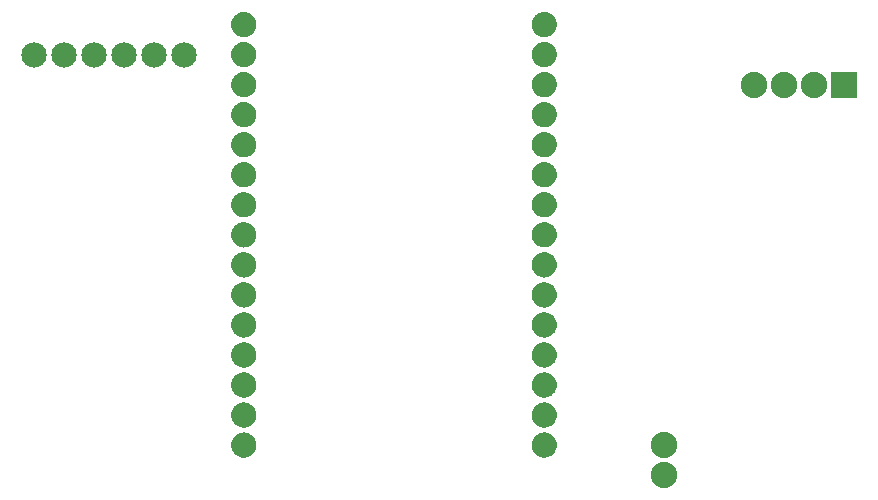
<source format=gbs>
G04 MADE WITH FRITZING*
G04 WWW.FRITZING.ORG*
G04 SINGLE SIDED*
G04 HOLES NOT PLATED*
G04 CONTOUR ON CENTER OF CONTOUR VECTOR*
%ASAXBY*%
%FSLAX23Y23*%
%MOIN*%
%OFA0B0*%
%SFA1.0B1.0*%
%ADD10C,0.084291*%
%ADD11C,0.088000*%
%ADD12R,0.087986X0.087944*%
%ADD13R,0.001000X0.001000*%
%LNMASK0*%
G90*
G70*
G54D10*
X107Y1576D03*
X207Y1576D03*
X308Y1576D03*
X408Y1576D03*
X509Y1576D03*
X609Y1576D03*
G54D11*
X2209Y276D03*
X2209Y176D03*
X2209Y276D03*
X2209Y176D03*
X2810Y1476D03*
X2710Y1476D03*
X2610Y1476D03*
X2510Y1476D03*
X2810Y1476D03*
X2710Y1476D03*
X2610Y1476D03*
X2510Y1476D03*
G54D12*
X2810Y1476D03*
X2810Y1476D03*
G54D13*
X800Y1718D02*
X815Y1718D01*
X1802Y1718D02*
X1816Y1718D01*
X796Y1717D02*
X819Y1717D01*
X1798Y1717D02*
X1821Y1717D01*
X793Y1716D02*
X822Y1716D01*
X1795Y1716D02*
X1824Y1716D01*
X791Y1715D02*
X825Y1715D01*
X1792Y1715D02*
X1826Y1715D01*
X789Y1714D02*
X827Y1714D01*
X1790Y1714D02*
X1828Y1714D01*
X787Y1713D02*
X828Y1713D01*
X1788Y1713D02*
X1830Y1713D01*
X785Y1712D02*
X830Y1712D01*
X1787Y1712D02*
X1831Y1712D01*
X784Y1711D02*
X831Y1711D01*
X1785Y1711D02*
X1833Y1711D01*
X783Y1710D02*
X833Y1710D01*
X1784Y1710D02*
X1834Y1710D01*
X781Y1709D02*
X834Y1709D01*
X1783Y1709D02*
X1836Y1709D01*
X780Y1708D02*
X835Y1708D01*
X1782Y1708D02*
X1837Y1708D01*
X779Y1707D02*
X836Y1707D01*
X1780Y1707D02*
X1838Y1707D01*
X778Y1706D02*
X837Y1706D01*
X1779Y1706D02*
X1839Y1706D01*
X777Y1705D02*
X838Y1705D01*
X1778Y1705D02*
X1840Y1705D01*
X776Y1704D02*
X839Y1704D01*
X1778Y1704D02*
X1841Y1704D01*
X775Y1703D02*
X840Y1703D01*
X1777Y1703D02*
X1841Y1703D01*
X775Y1702D02*
X841Y1702D01*
X1776Y1702D02*
X1842Y1702D01*
X774Y1701D02*
X841Y1701D01*
X1775Y1701D02*
X1843Y1701D01*
X773Y1700D02*
X842Y1700D01*
X1775Y1700D02*
X1844Y1700D01*
X773Y1699D02*
X843Y1699D01*
X1774Y1699D02*
X1844Y1699D01*
X772Y1698D02*
X843Y1698D01*
X1773Y1698D02*
X1845Y1698D01*
X771Y1697D02*
X844Y1697D01*
X1773Y1697D02*
X1845Y1697D01*
X771Y1696D02*
X844Y1696D01*
X1772Y1696D02*
X1846Y1696D01*
X770Y1695D02*
X845Y1695D01*
X1772Y1695D02*
X1846Y1695D01*
X770Y1694D02*
X845Y1694D01*
X1771Y1694D02*
X1847Y1694D01*
X769Y1693D02*
X846Y1693D01*
X1771Y1693D02*
X1847Y1693D01*
X769Y1692D02*
X846Y1692D01*
X1770Y1692D02*
X1848Y1692D01*
X769Y1691D02*
X847Y1691D01*
X1770Y1691D02*
X1848Y1691D01*
X768Y1690D02*
X847Y1690D01*
X1770Y1690D02*
X1848Y1690D01*
X768Y1689D02*
X847Y1689D01*
X1769Y1689D02*
X1849Y1689D01*
X768Y1688D02*
X848Y1688D01*
X1769Y1688D02*
X1849Y1688D01*
X767Y1687D02*
X848Y1687D01*
X1769Y1687D02*
X1849Y1687D01*
X767Y1686D02*
X848Y1686D01*
X1769Y1686D02*
X1850Y1686D01*
X767Y1685D02*
X848Y1685D01*
X1768Y1685D02*
X1850Y1685D01*
X767Y1684D02*
X848Y1684D01*
X1768Y1684D02*
X1850Y1684D01*
X767Y1683D02*
X849Y1683D01*
X1768Y1683D02*
X1850Y1683D01*
X766Y1682D02*
X849Y1682D01*
X1768Y1682D02*
X1850Y1682D01*
X766Y1681D02*
X849Y1681D01*
X1768Y1681D02*
X1850Y1681D01*
X766Y1680D02*
X849Y1680D01*
X1768Y1680D02*
X1850Y1680D01*
X766Y1679D02*
X849Y1679D01*
X1768Y1679D02*
X1850Y1679D01*
X766Y1678D02*
X849Y1678D01*
X1768Y1678D02*
X1851Y1678D01*
X766Y1677D02*
X849Y1677D01*
X1768Y1677D02*
X1851Y1677D01*
X766Y1676D02*
X849Y1676D01*
X1768Y1676D02*
X1851Y1676D01*
X766Y1675D02*
X849Y1675D01*
X1768Y1675D02*
X1851Y1675D01*
X766Y1674D02*
X849Y1674D01*
X1768Y1674D02*
X1850Y1674D01*
X766Y1673D02*
X849Y1673D01*
X1768Y1673D02*
X1850Y1673D01*
X766Y1672D02*
X849Y1672D01*
X1768Y1672D02*
X1850Y1672D01*
X767Y1671D02*
X849Y1671D01*
X1768Y1671D02*
X1850Y1671D01*
X767Y1670D02*
X849Y1670D01*
X1768Y1670D02*
X1850Y1670D01*
X767Y1669D02*
X848Y1669D01*
X1768Y1669D02*
X1850Y1669D01*
X767Y1668D02*
X848Y1668D01*
X1769Y1668D02*
X1850Y1668D01*
X767Y1667D02*
X848Y1667D01*
X1769Y1667D02*
X1849Y1667D01*
X768Y1666D02*
X848Y1666D01*
X1769Y1666D02*
X1849Y1666D01*
X768Y1665D02*
X847Y1665D01*
X1769Y1665D02*
X1849Y1665D01*
X768Y1664D02*
X847Y1664D01*
X1770Y1664D02*
X1849Y1664D01*
X768Y1663D02*
X847Y1663D01*
X1770Y1663D02*
X1848Y1663D01*
X769Y1662D02*
X846Y1662D01*
X1770Y1662D02*
X1848Y1662D01*
X769Y1661D02*
X846Y1661D01*
X1771Y1661D02*
X1848Y1661D01*
X770Y1660D02*
X846Y1660D01*
X1771Y1660D02*
X1847Y1660D01*
X770Y1659D02*
X845Y1659D01*
X1772Y1659D02*
X1847Y1659D01*
X771Y1658D02*
X845Y1658D01*
X1772Y1658D02*
X1846Y1658D01*
X771Y1657D02*
X844Y1657D01*
X1773Y1657D02*
X1846Y1657D01*
X772Y1656D02*
X844Y1656D01*
X1773Y1656D02*
X1845Y1656D01*
X772Y1655D02*
X843Y1655D01*
X1774Y1655D02*
X1844Y1655D01*
X773Y1654D02*
X842Y1654D01*
X1774Y1654D02*
X1844Y1654D01*
X774Y1653D02*
X842Y1653D01*
X1775Y1653D02*
X1843Y1653D01*
X774Y1652D02*
X841Y1652D01*
X1776Y1652D02*
X1842Y1652D01*
X775Y1651D02*
X840Y1651D01*
X1776Y1651D02*
X1842Y1651D01*
X776Y1650D02*
X839Y1650D01*
X1777Y1650D02*
X1841Y1650D01*
X777Y1649D02*
X839Y1649D01*
X1778Y1649D02*
X1840Y1649D01*
X778Y1648D02*
X838Y1648D01*
X1779Y1648D02*
X1839Y1648D01*
X778Y1647D02*
X837Y1647D01*
X1780Y1647D02*
X1838Y1647D01*
X780Y1646D02*
X836Y1646D01*
X1781Y1646D02*
X1837Y1646D01*
X781Y1645D02*
X835Y1645D01*
X1782Y1645D02*
X1836Y1645D01*
X782Y1644D02*
X833Y1644D01*
X1783Y1644D02*
X1835Y1644D01*
X783Y1643D02*
X832Y1643D01*
X1785Y1643D02*
X1833Y1643D01*
X785Y1642D02*
X831Y1642D01*
X1786Y1642D02*
X1832Y1642D01*
X786Y1641D02*
X829Y1641D01*
X1788Y1641D02*
X1830Y1641D01*
X788Y1640D02*
X827Y1640D01*
X1789Y1640D02*
X1829Y1640D01*
X790Y1639D02*
X825Y1639D01*
X1791Y1639D02*
X1827Y1639D01*
X792Y1638D02*
X823Y1638D01*
X1793Y1638D02*
X1825Y1638D01*
X795Y1637D02*
X821Y1637D01*
X1796Y1637D02*
X1822Y1637D01*
X798Y1636D02*
X817Y1636D01*
X1800Y1636D02*
X1818Y1636D01*
X804Y1635D02*
X811Y1635D01*
X1805Y1635D02*
X1813Y1635D01*
X801Y1618D02*
X814Y1618D01*
X1802Y1618D02*
X1816Y1618D01*
X797Y1617D02*
X819Y1617D01*
X1798Y1617D02*
X1820Y1617D01*
X793Y1616D02*
X822Y1616D01*
X1795Y1616D02*
X1823Y1616D01*
X791Y1615D02*
X824Y1615D01*
X1792Y1615D02*
X1826Y1615D01*
X789Y1614D02*
X826Y1614D01*
X1790Y1614D02*
X1828Y1614D01*
X787Y1613D02*
X828Y1613D01*
X1789Y1613D02*
X1830Y1613D01*
X786Y1612D02*
X830Y1612D01*
X1787Y1612D02*
X1831Y1612D01*
X784Y1611D02*
X831Y1611D01*
X1785Y1611D02*
X1833Y1611D01*
X783Y1610D02*
X833Y1610D01*
X1784Y1610D02*
X1834Y1610D01*
X781Y1609D02*
X834Y1609D01*
X1783Y1609D02*
X1835Y1609D01*
X780Y1608D02*
X835Y1608D01*
X1782Y1608D02*
X1837Y1608D01*
X779Y1607D02*
X836Y1607D01*
X1781Y1607D02*
X1838Y1607D01*
X778Y1606D02*
X837Y1606D01*
X1779Y1606D02*
X1839Y1606D01*
X777Y1605D02*
X838Y1605D01*
X1779Y1605D02*
X1840Y1605D01*
X776Y1604D02*
X839Y1604D01*
X1778Y1604D02*
X1840Y1604D01*
X775Y1603D02*
X840Y1603D01*
X1777Y1603D02*
X1841Y1603D01*
X775Y1602D02*
X841Y1602D01*
X1776Y1602D02*
X1842Y1602D01*
X774Y1601D02*
X841Y1601D01*
X1775Y1601D02*
X1843Y1601D01*
X773Y1600D02*
X842Y1600D01*
X1775Y1600D02*
X1843Y1600D01*
X773Y1599D02*
X843Y1599D01*
X1774Y1599D02*
X1844Y1599D01*
X772Y1598D02*
X843Y1598D01*
X1773Y1598D02*
X1845Y1598D01*
X771Y1597D02*
X844Y1597D01*
X1773Y1597D02*
X1845Y1597D01*
X771Y1596D02*
X844Y1596D01*
X1772Y1596D02*
X1846Y1596D01*
X770Y1595D02*
X845Y1595D01*
X1772Y1595D02*
X1846Y1595D01*
X770Y1594D02*
X845Y1594D01*
X1771Y1594D02*
X1847Y1594D01*
X769Y1593D02*
X846Y1593D01*
X1771Y1593D02*
X1847Y1593D01*
X769Y1592D02*
X846Y1592D01*
X1770Y1592D02*
X1848Y1592D01*
X769Y1591D02*
X847Y1591D01*
X1770Y1591D02*
X1848Y1591D01*
X768Y1590D02*
X847Y1590D01*
X1770Y1590D02*
X1848Y1590D01*
X768Y1589D02*
X847Y1589D01*
X1769Y1589D02*
X1849Y1589D01*
X768Y1588D02*
X848Y1588D01*
X1769Y1588D02*
X1849Y1588D01*
X767Y1587D02*
X848Y1587D01*
X1769Y1587D02*
X1849Y1587D01*
X767Y1586D02*
X848Y1586D01*
X1769Y1586D02*
X1849Y1586D01*
X767Y1585D02*
X848Y1585D01*
X1768Y1585D02*
X1850Y1585D01*
X767Y1584D02*
X848Y1584D01*
X1768Y1584D02*
X1850Y1584D01*
X767Y1583D02*
X849Y1583D01*
X1768Y1583D02*
X1850Y1583D01*
X767Y1582D02*
X849Y1582D01*
X1768Y1582D02*
X1850Y1582D01*
X766Y1581D02*
X849Y1581D01*
X1768Y1581D02*
X1850Y1581D01*
X766Y1580D02*
X849Y1580D01*
X1768Y1580D02*
X1850Y1580D01*
X766Y1579D02*
X849Y1579D01*
X1768Y1579D02*
X1850Y1579D01*
X766Y1578D02*
X849Y1578D01*
X1768Y1578D02*
X1851Y1578D01*
X766Y1577D02*
X849Y1577D01*
X1768Y1577D02*
X1851Y1577D01*
X766Y1576D02*
X849Y1576D01*
X1768Y1576D02*
X1851Y1576D01*
X766Y1575D02*
X849Y1575D01*
X1768Y1575D02*
X1851Y1575D01*
X766Y1574D02*
X849Y1574D01*
X1768Y1574D02*
X1850Y1574D01*
X766Y1573D02*
X849Y1573D01*
X1768Y1573D02*
X1850Y1573D01*
X766Y1572D02*
X849Y1572D01*
X1768Y1572D02*
X1850Y1572D01*
X767Y1571D02*
X849Y1571D01*
X1768Y1571D02*
X1850Y1571D01*
X767Y1570D02*
X849Y1570D01*
X1768Y1570D02*
X1850Y1570D01*
X767Y1569D02*
X848Y1569D01*
X1768Y1569D02*
X1850Y1569D01*
X767Y1568D02*
X848Y1568D01*
X1769Y1568D02*
X1850Y1568D01*
X767Y1567D02*
X848Y1567D01*
X1769Y1567D02*
X1849Y1567D01*
X768Y1566D02*
X848Y1566D01*
X1769Y1566D02*
X1849Y1566D01*
X768Y1565D02*
X847Y1565D01*
X1769Y1565D02*
X1849Y1565D01*
X768Y1564D02*
X847Y1564D01*
X1770Y1564D02*
X1849Y1564D01*
X768Y1563D02*
X847Y1563D01*
X1770Y1563D02*
X1848Y1563D01*
X769Y1562D02*
X846Y1562D01*
X1770Y1562D02*
X1848Y1562D01*
X769Y1561D02*
X846Y1561D01*
X1771Y1561D02*
X1848Y1561D01*
X770Y1560D02*
X846Y1560D01*
X1771Y1560D02*
X1847Y1560D01*
X770Y1559D02*
X845Y1559D01*
X1771Y1559D02*
X1847Y1559D01*
X771Y1558D02*
X845Y1558D01*
X1772Y1558D02*
X1846Y1558D01*
X771Y1557D02*
X844Y1557D01*
X1772Y1557D02*
X1846Y1557D01*
X772Y1556D02*
X844Y1556D01*
X1773Y1556D02*
X1845Y1556D01*
X772Y1555D02*
X843Y1555D01*
X1774Y1555D02*
X1844Y1555D01*
X773Y1554D02*
X842Y1554D01*
X1774Y1554D02*
X1844Y1554D01*
X773Y1553D02*
X842Y1553D01*
X1775Y1553D02*
X1843Y1553D01*
X774Y1552D02*
X841Y1552D01*
X1776Y1552D02*
X1843Y1552D01*
X775Y1551D02*
X840Y1551D01*
X1776Y1551D02*
X1842Y1551D01*
X776Y1550D02*
X840Y1550D01*
X1777Y1550D02*
X1841Y1550D01*
X777Y1549D02*
X839Y1549D01*
X1778Y1549D02*
X1840Y1549D01*
X777Y1548D02*
X838Y1548D01*
X1779Y1548D02*
X1839Y1548D01*
X778Y1547D02*
X837Y1547D01*
X1780Y1547D02*
X1838Y1547D01*
X779Y1546D02*
X836Y1546D01*
X1781Y1546D02*
X1837Y1546D01*
X781Y1545D02*
X835Y1545D01*
X1782Y1545D02*
X1836Y1545D01*
X782Y1544D02*
X833Y1544D01*
X1783Y1544D02*
X1835Y1544D01*
X783Y1543D02*
X832Y1543D01*
X1785Y1543D02*
X1834Y1543D01*
X784Y1542D02*
X831Y1542D01*
X1786Y1542D02*
X1832Y1542D01*
X786Y1541D02*
X829Y1541D01*
X1788Y1541D02*
X1831Y1541D01*
X788Y1540D02*
X828Y1540D01*
X1789Y1540D02*
X1829Y1540D01*
X790Y1539D02*
X826Y1539D01*
X1791Y1539D02*
X1827Y1539D01*
X792Y1538D02*
X824Y1538D01*
X1793Y1538D02*
X1825Y1538D01*
X794Y1537D02*
X821Y1537D01*
X1796Y1537D02*
X1822Y1537D01*
X798Y1536D02*
X817Y1536D01*
X1799Y1536D02*
X1819Y1536D01*
X803Y1535D02*
X812Y1535D01*
X1805Y1535D02*
X1814Y1535D01*
X802Y1518D02*
X813Y1518D01*
X1803Y1518D02*
X1815Y1518D01*
X797Y1517D02*
X818Y1517D01*
X1798Y1517D02*
X1820Y1517D01*
X794Y1516D02*
X821Y1516D01*
X1795Y1516D02*
X1823Y1516D01*
X791Y1515D02*
X824Y1515D01*
X1793Y1515D02*
X1826Y1515D01*
X789Y1514D02*
X826Y1514D01*
X1791Y1514D02*
X1828Y1514D01*
X787Y1513D02*
X828Y1513D01*
X1789Y1513D02*
X1829Y1513D01*
X786Y1512D02*
X830Y1512D01*
X1787Y1512D02*
X1831Y1512D01*
X784Y1511D02*
X831Y1511D01*
X1786Y1511D02*
X1833Y1511D01*
X783Y1510D02*
X832Y1510D01*
X1784Y1510D02*
X1834Y1510D01*
X781Y1509D02*
X834Y1509D01*
X1783Y1509D02*
X1835Y1509D01*
X780Y1508D02*
X835Y1508D01*
X1782Y1508D02*
X1836Y1508D01*
X779Y1507D02*
X836Y1507D01*
X1781Y1507D02*
X1838Y1507D01*
X778Y1506D02*
X837Y1506D01*
X1780Y1506D02*
X1839Y1506D01*
X777Y1505D02*
X838Y1505D01*
X1779Y1505D02*
X1839Y1505D01*
X776Y1504D02*
X839Y1504D01*
X1778Y1504D02*
X1840Y1504D01*
X776Y1503D02*
X840Y1503D01*
X1777Y1503D02*
X1841Y1503D01*
X775Y1502D02*
X840Y1502D01*
X1776Y1502D02*
X1842Y1502D01*
X774Y1501D02*
X841Y1501D01*
X1775Y1501D02*
X1843Y1501D01*
X773Y1500D02*
X842Y1500D01*
X1775Y1500D02*
X1843Y1500D01*
X773Y1499D02*
X843Y1499D01*
X1774Y1499D02*
X1844Y1499D01*
X772Y1498D02*
X843Y1498D01*
X1774Y1498D02*
X1845Y1498D01*
X771Y1497D02*
X844Y1497D01*
X1773Y1497D02*
X1845Y1497D01*
X771Y1496D02*
X844Y1496D01*
X1772Y1496D02*
X1846Y1496D01*
X770Y1495D02*
X845Y1495D01*
X1772Y1495D02*
X1846Y1495D01*
X770Y1494D02*
X845Y1494D01*
X1771Y1494D02*
X1847Y1494D01*
X769Y1493D02*
X846Y1493D01*
X1771Y1493D02*
X1847Y1493D01*
X769Y1492D02*
X846Y1492D01*
X1771Y1492D02*
X1848Y1492D01*
X769Y1491D02*
X847Y1491D01*
X1770Y1491D02*
X1848Y1491D01*
X768Y1490D02*
X847Y1490D01*
X1770Y1490D02*
X1848Y1490D01*
X768Y1489D02*
X847Y1489D01*
X1769Y1489D02*
X1849Y1489D01*
X768Y1488D02*
X848Y1488D01*
X1769Y1488D02*
X1849Y1488D01*
X768Y1487D02*
X848Y1487D01*
X1769Y1487D02*
X1849Y1487D01*
X767Y1486D02*
X848Y1486D01*
X1769Y1486D02*
X1849Y1486D01*
X767Y1485D02*
X848Y1485D01*
X1768Y1485D02*
X1850Y1485D01*
X767Y1484D02*
X848Y1484D01*
X1768Y1484D02*
X1850Y1484D01*
X767Y1483D02*
X849Y1483D01*
X1768Y1483D02*
X1850Y1483D01*
X767Y1482D02*
X849Y1482D01*
X1768Y1482D02*
X1850Y1482D01*
X766Y1481D02*
X849Y1481D01*
X1768Y1481D02*
X1850Y1481D01*
X766Y1480D02*
X849Y1480D01*
X1768Y1480D02*
X1850Y1480D01*
X766Y1479D02*
X849Y1479D01*
X1768Y1479D02*
X1850Y1479D01*
X766Y1478D02*
X849Y1478D01*
X1768Y1478D02*
X1851Y1478D01*
X766Y1477D02*
X849Y1477D01*
X1768Y1477D02*
X1851Y1477D01*
X766Y1476D02*
X849Y1476D01*
X1768Y1476D02*
X1851Y1476D01*
X766Y1475D02*
X849Y1475D01*
X1768Y1475D02*
X1851Y1475D01*
X766Y1474D02*
X849Y1474D01*
X1768Y1474D02*
X1850Y1474D01*
X766Y1473D02*
X849Y1473D01*
X1768Y1473D02*
X1850Y1473D01*
X766Y1472D02*
X849Y1472D01*
X1768Y1472D02*
X1850Y1472D01*
X767Y1471D02*
X849Y1471D01*
X1768Y1471D02*
X1850Y1471D01*
X767Y1470D02*
X849Y1470D01*
X1768Y1470D02*
X1850Y1470D01*
X767Y1469D02*
X848Y1469D01*
X1768Y1469D02*
X1850Y1469D01*
X767Y1468D02*
X848Y1468D01*
X1768Y1468D02*
X1850Y1468D01*
X767Y1467D02*
X848Y1467D01*
X1769Y1467D02*
X1849Y1467D01*
X768Y1466D02*
X848Y1466D01*
X1769Y1466D02*
X1849Y1466D01*
X768Y1465D02*
X847Y1465D01*
X1769Y1465D02*
X1849Y1465D01*
X768Y1464D02*
X847Y1464D01*
X1769Y1464D02*
X1849Y1464D01*
X768Y1463D02*
X847Y1463D01*
X1770Y1463D02*
X1848Y1463D01*
X769Y1462D02*
X847Y1462D01*
X1770Y1462D02*
X1848Y1462D01*
X769Y1461D02*
X846Y1461D01*
X1771Y1461D02*
X1848Y1461D01*
X769Y1460D02*
X846Y1460D01*
X1771Y1460D02*
X1847Y1460D01*
X770Y1459D02*
X845Y1459D01*
X1771Y1459D02*
X1847Y1459D01*
X770Y1458D02*
X845Y1458D01*
X1772Y1458D02*
X1846Y1458D01*
X771Y1457D02*
X844Y1457D01*
X1772Y1457D02*
X1846Y1457D01*
X772Y1456D02*
X844Y1456D01*
X1773Y1456D02*
X1845Y1456D01*
X772Y1455D02*
X843Y1455D01*
X1774Y1455D02*
X1845Y1455D01*
X773Y1454D02*
X843Y1454D01*
X1774Y1454D02*
X1844Y1454D01*
X773Y1453D02*
X842Y1453D01*
X1775Y1453D02*
X1843Y1453D01*
X774Y1452D02*
X841Y1452D01*
X1776Y1452D02*
X1843Y1452D01*
X775Y1451D02*
X840Y1451D01*
X1776Y1451D02*
X1842Y1451D01*
X776Y1450D02*
X840Y1450D01*
X1777Y1450D02*
X1841Y1450D01*
X776Y1449D02*
X839Y1449D01*
X1778Y1449D02*
X1840Y1449D01*
X777Y1448D02*
X838Y1448D01*
X1779Y1448D02*
X1839Y1448D01*
X778Y1447D02*
X837Y1447D01*
X1780Y1447D02*
X1838Y1447D01*
X779Y1446D02*
X836Y1446D01*
X1781Y1446D02*
X1837Y1446D01*
X780Y1445D02*
X835Y1445D01*
X1782Y1445D02*
X1836Y1445D01*
X782Y1444D02*
X834Y1444D01*
X1783Y1444D02*
X1835Y1444D01*
X783Y1443D02*
X832Y1443D01*
X1784Y1443D02*
X1834Y1443D01*
X784Y1442D02*
X831Y1442D01*
X1786Y1442D02*
X1832Y1442D01*
X786Y1441D02*
X829Y1441D01*
X1787Y1441D02*
X1831Y1441D01*
X788Y1440D02*
X828Y1440D01*
X1789Y1440D02*
X1829Y1440D01*
X789Y1439D02*
X826Y1439D01*
X1791Y1439D02*
X1827Y1439D01*
X791Y1438D02*
X824Y1438D01*
X1793Y1438D02*
X1825Y1438D01*
X794Y1437D02*
X821Y1437D01*
X1796Y1437D02*
X1823Y1437D01*
X797Y1436D02*
X818Y1436D01*
X1799Y1436D02*
X1819Y1436D01*
X803Y1435D02*
X813Y1435D01*
X1804Y1435D02*
X1814Y1435D01*
X802Y1418D02*
X813Y1418D01*
X1804Y1418D02*
X1814Y1418D01*
X797Y1417D02*
X818Y1417D01*
X1799Y1417D02*
X1819Y1417D01*
X794Y1416D02*
X821Y1416D01*
X1795Y1416D02*
X1823Y1416D01*
X791Y1415D02*
X824Y1415D01*
X1793Y1415D02*
X1825Y1415D01*
X789Y1414D02*
X826Y1414D01*
X1791Y1414D02*
X1827Y1414D01*
X788Y1413D02*
X828Y1413D01*
X1789Y1413D02*
X1829Y1413D01*
X786Y1412D02*
X829Y1412D01*
X1787Y1412D02*
X1831Y1412D01*
X784Y1411D02*
X831Y1411D01*
X1786Y1411D02*
X1832Y1411D01*
X783Y1410D02*
X832Y1410D01*
X1784Y1410D02*
X1834Y1410D01*
X782Y1409D02*
X834Y1409D01*
X1783Y1409D02*
X1835Y1409D01*
X780Y1408D02*
X835Y1408D01*
X1782Y1408D02*
X1836Y1408D01*
X779Y1407D02*
X836Y1407D01*
X1781Y1407D02*
X1837Y1407D01*
X778Y1406D02*
X837Y1406D01*
X1780Y1406D02*
X1838Y1406D01*
X777Y1405D02*
X838Y1405D01*
X1779Y1405D02*
X1839Y1405D01*
X776Y1404D02*
X839Y1404D01*
X1778Y1404D02*
X1840Y1404D01*
X776Y1403D02*
X840Y1403D01*
X1777Y1403D02*
X1841Y1403D01*
X775Y1402D02*
X840Y1402D01*
X1776Y1402D02*
X1842Y1402D01*
X774Y1401D02*
X841Y1401D01*
X1776Y1401D02*
X1843Y1401D01*
X773Y1400D02*
X842Y1400D01*
X1775Y1400D02*
X1843Y1400D01*
X773Y1399D02*
X843Y1399D01*
X1774Y1399D02*
X1844Y1399D01*
X772Y1398D02*
X843Y1398D01*
X1774Y1398D02*
X1845Y1398D01*
X772Y1397D02*
X844Y1397D01*
X1773Y1397D02*
X1845Y1397D01*
X771Y1396D02*
X844Y1396D01*
X1772Y1396D02*
X1846Y1396D01*
X770Y1395D02*
X845Y1395D01*
X1772Y1395D02*
X1846Y1395D01*
X770Y1394D02*
X845Y1394D01*
X1771Y1394D02*
X1847Y1394D01*
X769Y1393D02*
X846Y1393D01*
X1771Y1393D02*
X1847Y1393D01*
X769Y1392D02*
X846Y1392D01*
X1771Y1392D02*
X1848Y1392D01*
X769Y1391D02*
X847Y1391D01*
X1770Y1391D02*
X1848Y1391D01*
X768Y1390D02*
X847Y1390D01*
X1770Y1390D02*
X1848Y1390D01*
X768Y1389D02*
X847Y1389D01*
X1769Y1389D02*
X1849Y1389D01*
X768Y1388D02*
X847Y1388D01*
X1769Y1388D02*
X1849Y1388D01*
X768Y1387D02*
X848Y1387D01*
X1769Y1387D02*
X1849Y1387D01*
X767Y1386D02*
X848Y1386D01*
X1769Y1386D02*
X1849Y1386D01*
X767Y1385D02*
X848Y1385D01*
X1768Y1385D02*
X1850Y1385D01*
X767Y1384D02*
X848Y1384D01*
X1768Y1384D02*
X1850Y1384D01*
X767Y1383D02*
X849Y1383D01*
X1768Y1383D02*
X1850Y1383D01*
X767Y1382D02*
X849Y1382D01*
X1768Y1382D02*
X1850Y1382D01*
X766Y1381D02*
X849Y1381D01*
X1768Y1381D02*
X1850Y1381D01*
X766Y1380D02*
X849Y1380D01*
X1768Y1380D02*
X1850Y1380D01*
X766Y1379D02*
X849Y1379D01*
X1768Y1379D02*
X1850Y1379D01*
X766Y1378D02*
X849Y1378D01*
X1768Y1378D02*
X1851Y1378D01*
X766Y1377D02*
X849Y1377D01*
X1768Y1377D02*
X1851Y1377D01*
X766Y1376D02*
X849Y1376D01*
X1768Y1376D02*
X1851Y1376D01*
X766Y1375D02*
X849Y1375D01*
X1768Y1375D02*
X1851Y1375D01*
X766Y1374D02*
X849Y1374D01*
X1768Y1374D02*
X1850Y1374D01*
X766Y1373D02*
X849Y1373D01*
X1768Y1373D02*
X1850Y1373D01*
X766Y1372D02*
X849Y1372D01*
X1768Y1372D02*
X1850Y1372D01*
X767Y1371D02*
X849Y1371D01*
X1768Y1371D02*
X1850Y1371D01*
X767Y1370D02*
X849Y1370D01*
X1768Y1370D02*
X1850Y1370D01*
X767Y1369D02*
X848Y1369D01*
X1768Y1369D02*
X1850Y1369D01*
X767Y1368D02*
X848Y1368D01*
X1768Y1368D02*
X1850Y1368D01*
X767Y1367D02*
X848Y1367D01*
X1769Y1367D02*
X1849Y1367D01*
X768Y1366D02*
X848Y1366D01*
X1769Y1366D02*
X1849Y1366D01*
X768Y1365D02*
X848Y1365D01*
X1769Y1365D02*
X1849Y1365D01*
X768Y1364D02*
X847Y1364D01*
X1769Y1364D02*
X1849Y1364D01*
X768Y1363D02*
X847Y1363D01*
X1770Y1363D02*
X1848Y1363D01*
X769Y1362D02*
X847Y1362D01*
X1770Y1362D02*
X1848Y1362D01*
X769Y1361D02*
X846Y1361D01*
X1771Y1361D02*
X1848Y1361D01*
X769Y1360D02*
X846Y1360D01*
X1771Y1360D02*
X1847Y1360D01*
X770Y1359D02*
X845Y1359D01*
X1771Y1359D02*
X1847Y1359D01*
X770Y1358D02*
X845Y1358D01*
X1772Y1358D02*
X1846Y1358D01*
X771Y1357D02*
X844Y1357D01*
X1772Y1357D02*
X1846Y1357D01*
X771Y1356D02*
X844Y1356D01*
X1773Y1356D02*
X1845Y1356D01*
X772Y1355D02*
X843Y1355D01*
X1774Y1355D02*
X1845Y1355D01*
X773Y1354D02*
X843Y1354D01*
X1774Y1354D02*
X1844Y1354D01*
X773Y1353D02*
X842Y1353D01*
X1775Y1353D02*
X1843Y1353D01*
X774Y1352D02*
X841Y1352D01*
X1775Y1352D02*
X1843Y1352D01*
X775Y1351D02*
X840Y1351D01*
X1776Y1351D02*
X1842Y1351D01*
X776Y1350D02*
X840Y1350D01*
X1777Y1350D02*
X1841Y1350D01*
X776Y1349D02*
X839Y1349D01*
X1778Y1349D02*
X1840Y1349D01*
X777Y1348D02*
X838Y1348D01*
X1779Y1348D02*
X1839Y1348D01*
X778Y1347D02*
X837Y1347D01*
X1780Y1347D02*
X1839Y1347D01*
X779Y1346D02*
X836Y1346D01*
X1781Y1346D02*
X1838Y1346D01*
X780Y1345D02*
X835Y1345D01*
X1782Y1345D02*
X1836Y1345D01*
X781Y1344D02*
X834Y1344D01*
X1783Y1344D02*
X1835Y1344D01*
X783Y1343D02*
X832Y1343D01*
X1784Y1343D02*
X1834Y1343D01*
X784Y1342D02*
X831Y1342D01*
X1786Y1342D02*
X1833Y1342D01*
X786Y1341D02*
X830Y1341D01*
X1787Y1341D02*
X1831Y1341D01*
X787Y1340D02*
X828Y1340D01*
X1789Y1340D02*
X1829Y1340D01*
X789Y1339D02*
X826Y1339D01*
X1791Y1339D02*
X1828Y1339D01*
X791Y1338D02*
X824Y1338D01*
X1793Y1338D02*
X1826Y1338D01*
X794Y1337D02*
X821Y1337D01*
X1795Y1337D02*
X1823Y1337D01*
X797Y1336D02*
X818Y1336D01*
X1798Y1336D02*
X1820Y1336D01*
X802Y1335D02*
X813Y1335D01*
X1803Y1335D02*
X1815Y1335D01*
X803Y1318D02*
X812Y1318D01*
X1805Y1318D02*
X1814Y1318D01*
X798Y1317D02*
X817Y1317D01*
X1799Y1317D02*
X1819Y1317D01*
X794Y1316D02*
X821Y1316D01*
X1796Y1316D02*
X1822Y1316D01*
X792Y1315D02*
X824Y1315D01*
X1793Y1315D02*
X1825Y1315D01*
X790Y1314D02*
X826Y1314D01*
X1791Y1314D02*
X1827Y1314D01*
X788Y1313D02*
X828Y1313D01*
X1789Y1313D02*
X1829Y1313D01*
X786Y1312D02*
X829Y1312D01*
X1787Y1312D02*
X1831Y1312D01*
X784Y1311D02*
X831Y1311D01*
X1786Y1311D02*
X1832Y1311D01*
X783Y1310D02*
X832Y1310D01*
X1785Y1310D02*
X1834Y1310D01*
X782Y1309D02*
X834Y1309D01*
X1783Y1309D02*
X1835Y1309D01*
X781Y1308D02*
X835Y1308D01*
X1782Y1308D02*
X1836Y1308D01*
X779Y1307D02*
X836Y1307D01*
X1781Y1307D02*
X1837Y1307D01*
X778Y1306D02*
X837Y1306D01*
X1780Y1306D02*
X1838Y1306D01*
X777Y1305D02*
X838Y1305D01*
X1779Y1305D02*
X1839Y1305D01*
X777Y1304D02*
X839Y1304D01*
X1778Y1304D02*
X1840Y1304D01*
X776Y1303D02*
X840Y1303D01*
X1777Y1303D02*
X1841Y1303D01*
X775Y1302D02*
X840Y1302D01*
X1776Y1302D02*
X1842Y1302D01*
X774Y1301D02*
X841Y1301D01*
X1776Y1301D02*
X1843Y1301D01*
X773Y1300D02*
X842Y1300D01*
X1775Y1300D02*
X1843Y1300D01*
X773Y1299D02*
X842Y1299D01*
X1774Y1299D02*
X1844Y1299D01*
X772Y1298D02*
X843Y1298D01*
X1774Y1298D02*
X1845Y1298D01*
X772Y1297D02*
X844Y1297D01*
X1773Y1297D02*
X1845Y1297D01*
X771Y1296D02*
X844Y1296D01*
X1772Y1296D02*
X1846Y1296D01*
X771Y1295D02*
X845Y1295D01*
X1772Y1295D02*
X1846Y1295D01*
X770Y1294D02*
X845Y1294D01*
X1771Y1294D02*
X1847Y1294D01*
X770Y1293D02*
X846Y1293D01*
X1771Y1293D02*
X1847Y1293D01*
X769Y1292D02*
X846Y1292D01*
X1771Y1292D02*
X1848Y1292D01*
X769Y1291D02*
X846Y1291D01*
X1770Y1291D02*
X1848Y1291D01*
X768Y1290D02*
X847Y1290D01*
X1770Y1290D02*
X1848Y1290D01*
X768Y1289D02*
X847Y1289D01*
X1770Y1289D02*
X1849Y1289D01*
X768Y1288D02*
X847Y1288D01*
X1769Y1288D02*
X1849Y1288D01*
X768Y1287D02*
X848Y1287D01*
X1769Y1287D02*
X1849Y1287D01*
X767Y1286D02*
X848Y1286D01*
X1769Y1286D02*
X1849Y1286D01*
X767Y1285D02*
X848Y1285D01*
X1769Y1285D02*
X1850Y1285D01*
X767Y1284D02*
X848Y1284D01*
X1768Y1284D02*
X1850Y1284D01*
X767Y1283D02*
X849Y1283D01*
X1768Y1283D02*
X1850Y1283D01*
X767Y1282D02*
X849Y1282D01*
X1768Y1282D02*
X1850Y1282D01*
X766Y1281D02*
X849Y1281D01*
X1768Y1281D02*
X1850Y1281D01*
X766Y1280D02*
X849Y1280D01*
X1768Y1280D02*
X1850Y1280D01*
X766Y1279D02*
X849Y1279D01*
X1768Y1279D02*
X1850Y1279D01*
X766Y1278D02*
X849Y1278D01*
X1768Y1278D02*
X1851Y1278D01*
X766Y1277D02*
X849Y1277D01*
X1768Y1277D02*
X1851Y1277D01*
X766Y1276D02*
X849Y1276D01*
X1768Y1276D02*
X1851Y1276D01*
X766Y1275D02*
X849Y1275D01*
X1768Y1275D02*
X1851Y1275D01*
X766Y1274D02*
X849Y1274D01*
X1768Y1274D02*
X1850Y1274D01*
X766Y1273D02*
X849Y1273D01*
X1768Y1273D02*
X1850Y1273D01*
X766Y1272D02*
X849Y1272D01*
X1768Y1272D02*
X1850Y1272D01*
X767Y1271D02*
X849Y1271D01*
X1768Y1271D02*
X1850Y1271D01*
X767Y1270D02*
X849Y1270D01*
X1768Y1270D02*
X1850Y1270D01*
X767Y1269D02*
X848Y1269D01*
X1768Y1269D02*
X1850Y1269D01*
X767Y1268D02*
X848Y1268D01*
X1768Y1268D02*
X1850Y1268D01*
X767Y1267D02*
X848Y1267D01*
X1769Y1267D02*
X1849Y1267D01*
X767Y1266D02*
X848Y1266D01*
X1769Y1266D02*
X1849Y1266D01*
X768Y1265D02*
X848Y1265D01*
X1769Y1265D02*
X1849Y1265D01*
X768Y1264D02*
X847Y1264D01*
X1769Y1264D02*
X1849Y1264D01*
X768Y1263D02*
X847Y1263D01*
X1770Y1263D02*
X1848Y1263D01*
X769Y1262D02*
X847Y1262D01*
X1770Y1262D02*
X1848Y1262D01*
X769Y1261D02*
X846Y1261D01*
X1770Y1261D02*
X1848Y1261D01*
X769Y1260D02*
X846Y1260D01*
X1771Y1260D02*
X1847Y1260D01*
X770Y1259D02*
X845Y1259D01*
X1771Y1259D02*
X1847Y1259D01*
X770Y1258D02*
X845Y1258D01*
X1772Y1258D02*
X1846Y1258D01*
X771Y1257D02*
X844Y1257D01*
X1772Y1257D02*
X1846Y1257D01*
X771Y1256D02*
X844Y1256D01*
X1773Y1256D02*
X1845Y1256D01*
X772Y1255D02*
X843Y1255D01*
X1773Y1255D02*
X1845Y1255D01*
X773Y1254D02*
X843Y1254D01*
X1774Y1254D02*
X1844Y1254D01*
X773Y1253D02*
X842Y1253D01*
X1775Y1253D02*
X1843Y1253D01*
X774Y1252D02*
X841Y1252D01*
X1775Y1252D02*
X1843Y1252D01*
X775Y1251D02*
X841Y1251D01*
X1776Y1251D02*
X1842Y1251D01*
X775Y1250D02*
X840Y1250D01*
X1777Y1250D02*
X1841Y1250D01*
X776Y1249D02*
X839Y1249D01*
X1778Y1249D02*
X1840Y1249D01*
X777Y1248D02*
X838Y1248D01*
X1779Y1248D02*
X1840Y1248D01*
X778Y1247D02*
X837Y1247D01*
X1779Y1247D02*
X1839Y1247D01*
X779Y1246D02*
X836Y1246D01*
X1781Y1246D02*
X1838Y1246D01*
X780Y1245D02*
X835Y1245D01*
X1782Y1245D02*
X1837Y1245D01*
X781Y1244D02*
X834Y1244D01*
X1783Y1244D02*
X1835Y1244D01*
X783Y1243D02*
X833Y1243D01*
X1784Y1243D02*
X1834Y1243D01*
X784Y1242D02*
X831Y1242D01*
X1785Y1242D02*
X1833Y1242D01*
X786Y1241D02*
X830Y1241D01*
X1787Y1241D02*
X1831Y1241D01*
X787Y1240D02*
X828Y1240D01*
X1789Y1240D02*
X1830Y1240D01*
X789Y1239D02*
X826Y1239D01*
X1790Y1239D02*
X1828Y1239D01*
X791Y1238D02*
X824Y1238D01*
X1792Y1238D02*
X1826Y1238D01*
X793Y1237D02*
X822Y1237D01*
X1795Y1237D02*
X1823Y1237D01*
X797Y1236D02*
X819Y1236D01*
X1798Y1236D02*
X1820Y1236D01*
X801Y1235D02*
X814Y1235D01*
X1803Y1235D02*
X1816Y1235D01*
X804Y1218D02*
X811Y1218D01*
X1805Y1218D02*
X1813Y1218D01*
X798Y1217D02*
X817Y1217D01*
X1800Y1217D02*
X1818Y1217D01*
X795Y1216D02*
X821Y1216D01*
X1796Y1216D02*
X1822Y1216D01*
X792Y1215D02*
X823Y1215D01*
X1793Y1215D02*
X1825Y1215D01*
X790Y1214D02*
X825Y1214D01*
X1791Y1214D02*
X1827Y1214D01*
X788Y1213D02*
X827Y1213D01*
X1789Y1213D02*
X1829Y1213D01*
X786Y1212D02*
X829Y1212D01*
X1788Y1212D02*
X1830Y1212D01*
X785Y1211D02*
X831Y1211D01*
X1786Y1211D02*
X1832Y1211D01*
X783Y1210D02*
X832Y1210D01*
X1785Y1210D02*
X1833Y1210D01*
X782Y1209D02*
X833Y1209D01*
X1783Y1209D02*
X1835Y1209D01*
X781Y1208D02*
X835Y1208D01*
X1782Y1208D02*
X1836Y1208D01*
X780Y1207D02*
X836Y1207D01*
X1781Y1207D02*
X1837Y1207D01*
X778Y1206D02*
X837Y1206D01*
X1780Y1206D02*
X1838Y1206D01*
X778Y1205D02*
X838Y1205D01*
X1779Y1205D02*
X1839Y1205D01*
X777Y1204D02*
X839Y1204D01*
X1778Y1204D02*
X1840Y1204D01*
X776Y1203D02*
X839Y1203D01*
X1777Y1203D02*
X1841Y1203D01*
X775Y1202D02*
X840Y1202D01*
X1776Y1202D02*
X1842Y1202D01*
X774Y1201D02*
X841Y1201D01*
X1776Y1201D02*
X1842Y1201D01*
X774Y1200D02*
X842Y1200D01*
X1775Y1200D02*
X1843Y1200D01*
X773Y1199D02*
X842Y1199D01*
X1774Y1199D02*
X1844Y1199D01*
X772Y1198D02*
X843Y1198D01*
X1774Y1198D02*
X1844Y1198D01*
X772Y1197D02*
X844Y1197D01*
X1773Y1197D02*
X1845Y1197D01*
X771Y1196D02*
X844Y1196D01*
X1773Y1196D02*
X1846Y1196D01*
X771Y1195D02*
X845Y1195D01*
X1772Y1195D02*
X1846Y1195D01*
X770Y1194D02*
X845Y1194D01*
X1772Y1194D02*
X1847Y1194D01*
X770Y1193D02*
X846Y1193D01*
X1771Y1193D02*
X1847Y1193D01*
X769Y1192D02*
X846Y1192D01*
X1771Y1192D02*
X1848Y1192D01*
X769Y1191D02*
X846Y1191D01*
X1770Y1191D02*
X1848Y1191D01*
X768Y1190D02*
X847Y1190D01*
X1770Y1190D02*
X1848Y1190D01*
X768Y1189D02*
X847Y1189D01*
X1770Y1189D02*
X1849Y1189D01*
X768Y1188D02*
X847Y1188D01*
X1769Y1188D02*
X1849Y1188D01*
X768Y1187D02*
X848Y1187D01*
X1769Y1187D02*
X1849Y1187D01*
X767Y1186D02*
X848Y1186D01*
X1769Y1186D02*
X1849Y1186D01*
X767Y1185D02*
X848Y1185D01*
X1769Y1185D02*
X1850Y1185D01*
X767Y1184D02*
X848Y1184D01*
X1768Y1184D02*
X1850Y1184D01*
X767Y1183D02*
X849Y1183D01*
X1768Y1183D02*
X1850Y1183D01*
X767Y1182D02*
X849Y1182D01*
X1768Y1182D02*
X1850Y1182D01*
X766Y1181D02*
X849Y1181D01*
X1768Y1181D02*
X1850Y1181D01*
X766Y1180D02*
X849Y1180D01*
X1768Y1180D02*
X1850Y1180D01*
X766Y1179D02*
X849Y1179D01*
X1768Y1179D02*
X1850Y1179D01*
X766Y1178D02*
X849Y1178D01*
X1768Y1178D02*
X1851Y1178D01*
X766Y1177D02*
X849Y1177D01*
X1768Y1177D02*
X1851Y1177D01*
X766Y1176D02*
X849Y1176D01*
X1768Y1176D02*
X1851Y1176D01*
X766Y1175D02*
X849Y1175D01*
X1768Y1175D02*
X1851Y1175D01*
X766Y1174D02*
X849Y1174D01*
X1768Y1174D02*
X1850Y1174D01*
X766Y1173D02*
X849Y1173D01*
X1768Y1173D02*
X1850Y1173D01*
X766Y1172D02*
X849Y1172D01*
X1768Y1172D02*
X1850Y1172D01*
X766Y1171D02*
X849Y1171D01*
X1768Y1171D02*
X1850Y1171D01*
X767Y1170D02*
X849Y1170D01*
X1768Y1170D02*
X1850Y1170D01*
X767Y1169D02*
X848Y1169D01*
X1768Y1169D02*
X1850Y1169D01*
X767Y1168D02*
X848Y1168D01*
X1768Y1168D02*
X1850Y1168D01*
X767Y1167D02*
X848Y1167D01*
X1769Y1167D02*
X1850Y1167D01*
X767Y1166D02*
X848Y1166D01*
X1769Y1166D02*
X1849Y1166D01*
X768Y1165D02*
X848Y1165D01*
X1769Y1165D02*
X1849Y1165D01*
X768Y1164D02*
X847Y1164D01*
X1769Y1164D02*
X1849Y1164D01*
X768Y1163D02*
X847Y1163D01*
X1770Y1163D02*
X1848Y1163D01*
X769Y1162D02*
X847Y1162D01*
X1770Y1162D02*
X1848Y1162D01*
X769Y1161D02*
X846Y1161D01*
X1770Y1161D02*
X1848Y1161D01*
X769Y1160D02*
X846Y1160D01*
X1771Y1160D02*
X1847Y1160D01*
X770Y1159D02*
X845Y1159D01*
X1771Y1159D02*
X1847Y1159D01*
X770Y1158D02*
X845Y1158D01*
X1772Y1158D02*
X1846Y1158D01*
X771Y1157D02*
X844Y1157D01*
X1772Y1157D02*
X1846Y1157D01*
X771Y1156D02*
X844Y1156D01*
X1773Y1156D02*
X1845Y1156D01*
X772Y1155D02*
X843Y1155D01*
X1773Y1155D02*
X1845Y1155D01*
X773Y1154D02*
X843Y1154D01*
X1774Y1154D02*
X1844Y1154D01*
X773Y1153D02*
X842Y1153D01*
X1775Y1153D02*
X1844Y1153D01*
X774Y1152D02*
X841Y1152D01*
X1775Y1152D02*
X1843Y1152D01*
X775Y1151D02*
X841Y1151D01*
X1776Y1151D02*
X1842Y1151D01*
X775Y1150D02*
X840Y1150D01*
X1777Y1150D02*
X1841Y1150D01*
X776Y1149D02*
X839Y1149D01*
X1778Y1149D02*
X1841Y1149D01*
X777Y1148D02*
X838Y1148D01*
X1778Y1148D02*
X1840Y1148D01*
X778Y1147D02*
X837Y1147D01*
X1779Y1147D02*
X1839Y1147D01*
X779Y1146D02*
X836Y1146D01*
X1780Y1146D02*
X1838Y1146D01*
X780Y1145D02*
X835Y1145D01*
X1782Y1145D02*
X1837Y1145D01*
X781Y1144D02*
X834Y1144D01*
X1783Y1144D02*
X1836Y1144D01*
X783Y1143D02*
X833Y1143D01*
X1784Y1143D02*
X1834Y1143D01*
X784Y1142D02*
X831Y1142D01*
X1785Y1142D02*
X1833Y1142D01*
X785Y1141D02*
X830Y1141D01*
X1787Y1141D02*
X1831Y1141D01*
X787Y1140D02*
X828Y1140D01*
X1788Y1140D02*
X1830Y1140D01*
X789Y1139D02*
X827Y1139D01*
X1790Y1139D02*
X1828Y1139D01*
X791Y1138D02*
X825Y1138D01*
X1792Y1138D02*
X1826Y1138D01*
X793Y1137D02*
X822Y1137D01*
X1795Y1137D02*
X1824Y1137D01*
X796Y1136D02*
X819Y1136D01*
X1798Y1136D02*
X1821Y1136D01*
X800Y1135D02*
X815Y1135D01*
X1802Y1135D02*
X1816Y1135D01*
X805Y1118D02*
X810Y1118D01*
X1807Y1118D02*
X1811Y1118D01*
X799Y1117D02*
X816Y1117D01*
X1800Y1117D02*
X1818Y1117D01*
X795Y1116D02*
X820Y1116D01*
X1796Y1116D02*
X1822Y1116D01*
X792Y1115D02*
X823Y1115D01*
X1794Y1115D02*
X1825Y1115D01*
X790Y1114D02*
X825Y1114D01*
X1791Y1114D02*
X1827Y1114D01*
X788Y1113D02*
X827Y1113D01*
X1789Y1113D02*
X1829Y1113D01*
X786Y1112D02*
X829Y1112D01*
X1788Y1112D02*
X1830Y1112D01*
X785Y1111D02*
X830Y1111D01*
X1786Y1111D02*
X1832Y1111D01*
X783Y1110D02*
X832Y1110D01*
X1785Y1110D02*
X1833Y1110D01*
X782Y1109D02*
X833Y1109D01*
X1783Y1109D02*
X1835Y1109D01*
X781Y1108D02*
X834Y1108D01*
X1782Y1108D02*
X1836Y1108D01*
X780Y1107D02*
X836Y1107D01*
X1781Y1107D02*
X1837Y1107D01*
X779Y1106D02*
X837Y1106D01*
X1780Y1106D02*
X1838Y1106D01*
X778Y1105D02*
X838Y1105D01*
X1779Y1105D02*
X1839Y1105D01*
X777Y1104D02*
X839Y1104D01*
X1778Y1104D02*
X1840Y1104D01*
X776Y1103D02*
X839Y1103D01*
X1777Y1103D02*
X1841Y1103D01*
X775Y1102D02*
X840Y1102D01*
X1777Y1102D02*
X1842Y1102D01*
X774Y1101D02*
X841Y1101D01*
X1776Y1101D02*
X1842Y1101D01*
X774Y1100D02*
X842Y1100D01*
X1775Y1100D02*
X1843Y1100D01*
X773Y1099D02*
X842Y1099D01*
X1774Y1099D02*
X1844Y1099D01*
X772Y1098D02*
X843Y1098D01*
X1774Y1098D02*
X1844Y1098D01*
X772Y1097D02*
X844Y1097D01*
X1773Y1097D02*
X1845Y1097D01*
X771Y1096D02*
X844Y1096D01*
X1773Y1096D02*
X1846Y1096D01*
X771Y1095D02*
X845Y1095D01*
X1772Y1095D02*
X1846Y1095D01*
X770Y1094D02*
X845Y1094D01*
X1772Y1094D02*
X1847Y1094D01*
X770Y1093D02*
X846Y1093D01*
X1771Y1093D02*
X1847Y1093D01*
X769Y1092D02*
X846Y1092D01*
X1771Y1092D02*
X1847Y1092D01*
X769Y1091D02*
X846Y1091D01*
X1770Y1091D02*
X1848Y1091D01*
X769Y1090D02*
X847Y1090D01*
X1770Y1090D02*
X1848Y1090D01*
X768Y1089D02*
X847Y1089D01*
X1770Y1089D02*
X1849Y1089D01*
X768Y1088D02*
X847Y1088D01*
X1769Y1088D02*
X1849Y1088D01*
X768Y1087D02*
X848Y1087D01*
X1769Y1087D02*
X1849Y1087D01*
X767Y1086D02*
X848Y1086D01*
X1769Y1086D02*
X1849Y1086D01*
X767Y1085D02*
X848Y1085D01*
X1769Y1085D02*
X1850Y1085D01*
X767Y1084D02*
X848Y1084D01*
X1768Y1084D02*
X1850Y1084D01*
X767Y1083D02*
X849Y1083D01*
X1768Y1083D02*
X1850Y1083D01*
X767Y1082D02*
X849Y1082D01*
X1768Y1082D02*
X1850Y1082D01*
X766Y1081D02*
X849Y1081D01*
X1768Y1081D02*
X1850Y1081D01*
X766Y1080D02*
X849Y1080D01*
X1768Y1080D02*
X1850Y1080D01*
X766Y1079D02*
X849Y1079D01*
X1768Y1079D02*
X1850Y1079D01*
X766Y1078D02*
X849Y1078D01*
X1768Y1078D02*
X1851Y1078D01*
X766Y1077D02*
X849Y1077D01*
X1768Y1077D02*
X1851Y1077D01*
X766Y1076D02*
X849Y1076D01*
X1768Y1076D02*
X1851Y1076D01*
X766Y1075D02*
X849Y1075D01*
X1768Y1075D02*
X1851Y1075D01*
X766Y1074D02*
X849Y1074D01*
X1768Y1074D02*
X1851Y1074D01*
X766Y1073D02*
X849Y1073D01*
X1768Y1073D02*
X1850Y1073D01*
X766Y1072D02*
X849Y1072D01*
X1768Y1072D02*
X1850Y1072D01*
X766Y1071D02*
X849Y1071D01*
X1768Y1071D02*
X1850Y1071D01*
X767Y1070D02*
X849Y1070D01*
X1768Y1070D02*
X1850Y1070D01*
X767Y1069D02*
X848Y1069D01*
X1768Y1069D02*
X1850Y1069D01*
X767Y1068D02*
X848Y1068D01*
X1768Y1068D02*
X1850Y1068D01*
X767Y1067D02*
X848Y1067D01*
X1769Y1067D02*
X1850Y1067D01*
X767Y1066D02*
X848Y1066D01*
X1769Y1066D02*
X1849Y1066D01*
X768Y1065D02*
X848Y1065D01*
X1769Y1065D02*
X1849Y1065D01*
X768Y1064D02*
X847Y1064D01*
X1769Y1064D02*
X1849Y1064D01*
X768Y1063D02*
X847Y1063D01*
X1770Y1063D02*
X1848Y1063D01*
X769Y1062D02*
X847Y1062D01*
X1770Y1062D02*
X1848Y1062D01*
X769Y1061D02*
X846Y1061D01*
X1770Y1061D02*
X1848Y1061D01*
X769Y1060D02*
X846Y1060D01*
X1771Y1060D02*
X1847Y1060D01*
X770Y1059D02*
X846Y1059D01*
X1771Y1059D02*
X1847Y1059D01*
X770Y1058D02*
X845Y1058D01*
X1772Y1058D02*
X1846Y1058D01*
X771Y1057D02*
X845Y1057D01*
X1772Y1057D02*
X1846Y1057D01*
X771Y1056D02*
X844Y1056D01*
X1773Y1056D02*
X1845Y1056D01*
X772Y1055D02*
X843Y1055D01*
X1773Y1055D02*
X1845Y1055D01*
X772Y1054D02*
X843Y1054D01*
X1774Y1054D02*
X1844Y1054D01*
X773Y1053D02*
X842Y1053D01*
X1775Y1053D02*
X1844Y1053D01*
X774Y1052D02*
X841Y1052D01*
X1775Y1052D02*
X1843Y1052D01*
X775Y1051D02*
X841Y1051D01*
X1776Y1051D02*
X1842Y1051D01*
X775Y1050D02*
X840Y1050D01*
X1777Y1050D02*
X1841Y1050D01*
X776Y1049D02*
X839Y1049D01*
X1778Y1049D02*
X1841Y1049D01*
X777Y1048D02*
X838Y1048D01*
X1778Y1048D02*
X1840Y1048D01*
X778Y1047D02*
X837Y1047D01*
X1779Y1047D02*
X1839Y1047D01*
X779Y1046D02*
X836Y1046D01*
X1780Y1046D02*
X1838Y1046D01*
X780Y1045D02*
X835Y1045D01*
X1781Y1045D02*
X1837Y1045D01*
X781Y1044D02*
X834Y1044D01*
X1783Y1044D02*
X1836Y1044D01*
X782Y1043D02*
X833Y1043D01*
X1784Y1043D02*
X1834Y1043D01*
X784Y1042D02*
X832Y1042D01*
X1785Y1042D02*
X1833Y1042D01*
X785Y1041D02*
X830Y1041D01*
X1787Y1041D02*
X1832Y1041D01*
X787Y1040D02*
X828Y1040D01*
X1788Y1040D02*
X1830Y1040D01*
X788Y1039D02*
X827Y1039D01*
X1790Y1039D02*
X1828Y1039D01*
X791Y1038D02*
X825Y1038D01*
X1792Y1038D02*
X1826Y1038D01*
X793Y1037D02*
X822Y1037D01*
X1794Y1037D02*
X1824Y1037D01*
X796Y1036D02*
X820Y1036D01*
X1797Y1036D02*
X1821Y1036D01*
X800Y1035D02*
X815Y1035D01*
X1801Y1035D02*
X1817Y1035D01*
X807Y1018D02*
X808Y1018D01*
X1809Y1018D02*
X1809Y1018D01*
X799Y1017D02*
X816Y1017D01*
X1801Y1017D02*
X1817Y1017D01*
X795Y1016D02*
X820Y1016D01*
X1797Y1016D02*
X1821Y1016D01*
X793Y1015D02*
X823Y1015D01*
X1794Y1015D02*
X1824Y1015D01*
X790Y1014D02*
X825Y1014D01*
X1792Y1014D02*
X1826Y1014D01*
X788Y1013D02*
X827Y1013D01*
X1790Y1013D02*
X1828Y1013D01*
X787Y1012D02*
X829Y1012D01*
X1788Y1012D02*
X1830Y1012D01*
X785Y1011D02*
X830Y1011D01*
X1786Y1011D02*
X1832Y1011D01*
X784Y1010D02*
X832Y1010D01*
X1785Y1010D02*
X1833Y1010D01*
X782Y1009D02*
X833Y1009D01*
X1784Y1009D02*
X1834Y1009D01*
X781Y1008D02*
X834Y1008D01*
X1782Y1008D02*
X1836Y1008D01*
X780Y1007D02*
X835Y1007D01*
X1781Y1007D02*
X1837Y1007D01*
X779Y1006D02*
X837Y1006D01*
X1780Y1006D02*
X1838Y1006D01*
X778Y1005D02*
X838Y1005D01*
X1779Y1005D02*
X1839Y1005D01*
X777Y1004D02*
X838Y1004D01*
X1778Y1004D02*
X1840Y1004D01*
X776Y1003D02*
X839Y1003D01*
X1777Y1003D02*
X1841Y1003D01*
X775Y1002D02*
X840Y1002D01*
X1777Y1002D02*
X1842Y1002D01*
X774Y1001D02*
X841Y1001D01*
X1776Y1001D02*
X1842Y1001D01*
X774Y1000D02*
X842Y1000D01*
X1775Y1000D02*
X1843Y1000D01*
X773Y999D02*
X842Y999D01*
X1774Y999D02*
X1844Y999D01*
X772Y998D02*
X843Y998D01*
X1774Y998D02*
X1844Y998D01*
X772Y997D02*
X843Y997D01*
X1773Y997D02*
X1845Y997D01*
X771Y996D02*
X844Y996D01*
X1773Y996D02*
X1846Y996D01*
X771Y995D02*
X845Y995D01*
X1772Y995D02*
X1846Y995D01*
X770Y994D02*
X845Y994D01*
X1772Y994D02*
X1847Y994D01*
X770Y993D02*
X846Y993D01*
X1771Y993D02*
X1847Y993D01*
X769Y992D02*
X846Y992D01*
X1771Y992D02*
X1847Y992D01*
X769Y991D02*
X846Y991D01*
X1770Y991D02*
X1848Y991D01*
X769Y990D02*
X847Y990D01*
X1770Y990D02*
X1848Y990D01*
X768Y989D02*
X847Y989D01*
X1770Y989D02*
X1849Y989D01*
X768Y988D02*
X847Y988D01*
X1769Y988D02*
X1849Y988D01*
X768Y987D02*
X848Y987D01*
X1769Y987D02*
X1849Y987D01*
X767Y986D02*
X848Y986D01*
X1769Y986D02*
X1849Y986D01*
X767Y985D02*
X848Y985D01*
X1769Y985D02*
X1850Y985D01*
X767Y984D02*
X848Y984D01*
X1768Y984D02*
X1850Y984D01*
X767Y983D02*
X848Y983D01*
X1768Y983D02*
X1850Y983D01*
X767Y982D02*
X849Y982D01*
X1768Y982D02*
X1850Y982D01*
X766Y981D02*
X849Y981D01*
X1768Y981D02*
X1850Y981D01*
X766Y980D02*
X849Y980D01*
X1768Y980D02*
X1850Y980D01*
X766Y979D02*
X849Y979D01*
X1768Y979D02*
X1850Y979D01*
X766Y978D02*
X849Y978D01*
X1768Y978D02*
X1851Y978D01*
X766Y977D02*
X849Y977D01*
X1768Y977D02*
X1851Y977D01*
X766Y976D02*
X849Y976D01*
X1768Y976D02*
X1851Y976D01*
X766Y975D02*
X849Y975D01*
X1768Y975D02*
X1851Y975D01*
X766Y974D02*
X849Y974D01*
X1768Y974D02*
X1851Y974D01*
X766Y973D02*
X849Y973D01*
X1768Y973D02*
X1850Y973D01*
X766Y972D02*
X849Y972D01*
X1768Y972D02*
X1850Y972D01*
X766Y971D02*
X849Y971D01*
X1768Y971D02*
X1850Y971D01*
X767Y970D02*
X849Y970D01*
X1768Y970D02*
X1850Y970D01*
X767Y969D02*
X848Y969D01*
X1768Y969D02*
X1850Y969D01*
X767Y968D02*
X848Y968D01*
X1768Y968D02*
X1850Y968D01*
X767Y967D02*
X848Y967D01*
X1769Y967D02*
X1850Y967D01*
X767Y966D02*
X848Y966D01*
X1769Y966D02*
X1849Y966D01*
X768Y965D02*
X848Y965D01*
X1769Y965D02*
X1849Y965D01*
X768Y964D02*
X847Y964D01*
X1769Y964D02*
X1849Y964D01*
X768Y963D02*
X847Y963D01*
X1770Y963D02*
X1849Y963D01*
X769Y962D02*
X847Y962D01*
X1770Y962D02*
X1848Y962D01*
X769Y961D02*
X846Y961D01*
X1770Y961D02*
X1848Y961D01*
X769Y960D02*
X846Y960D01*
X1771Y960D02*
X1847Y960D01*
X770Y959D02*
X846Y959D01*
X1771Y959D02*
X1847Y959D01*
X770Y958D02*
X845Y958D01*
X1772Y958D02*
X1847Y958D01*
X771Y957D02*
X845Y957D01*
X1772Y957D02*
X1846Y957D01*
X771Y956D02*
X844Y956D01*
X1773Y956D02*
X1846Y956D01*
X772Y955D02*
X843Y955D01*
X1773Y955D02*
X1845Y955D01*
X772Y954D02*
X843Y954D01*
X1774Y954D02*
X1844Y954D01*
X773Y953D02*
X842Y953D01*
X1774Y953D02*
X1844Y953D01*
X774Y952D02*
X842Y952D01*
X1775Y952D02*
X1843Y952D01*
X774Y951D02*
X841Y951D01*
X1776Y951D02*
X1842Y951D01*
X775Y950D02*
X840Y950D01*
X1777Y950D02*
X1842Y950D01*
X776Y949D02*
X839Y949D01*
X1777Y949D02*
X1841Y949D01*
X777Y948D02*
X838Y948D01*
X1778Y948D02*
X1840Y948D01*
X778Y947D02*
X838Y947D01*
X1779Y947D02*
X1839Y947D01*
X779Y946D02*
X837Y946D01*
X1780Y946D02*
X1838Y946D01*
X780Y945D02*
X835Y945D01*
X1781Y945D02*
X1837Y945D01*
X781Y944D02*
X834Y944D01*
X1782Y944D02*
X1836Y944D01*
X782Y943D02*
X833Y943D01*
X1784Y943D02*
X1834Y943D01*
X784Y942D02*
X832Y942D01*
X1785Y942D02*
X1833Y942D01*
X785Y941D02*
X830Y941D01*
X1786Y941D02*
X1832Y941D01*
X787Y940D02*
X829Y940D01*
X1788Y940D02*
X1830Y940D01*
X788Y939D02*
X827Y939D01*
X1790Y939D02*
X1828Y939D01*
X790Y938D02*
X825Y938D01*
X1792Y938D02*
X1826Y938D01*
X793Y937D02*
X823Y937D01*
X1794Y937D02*
X1824Y937D01*
X795Y936D02*
X820Y936D01*
X1797Y936D02*
X1821Y936D01*
X799Y935D02*
X816Y935D01*
X1801Y935D02*
X1817Y935D01*
X807Y934D02*
X808Y934D01*
X1809Y934D02*
X1809Y934D01*
X800Y917D02*
X816Y917D01*
X1801Y917D02*
X1817Y917D01*
X796Y916D02*
X820Y916D01*
X1797Y916D02*
X1821Y916D01*
X793Y915D02*
X822Y915D01*
X1794Y915D02*
X1824Y915D01*
X790Y914D02*
X825Y914D01*
X1792Y914D02*
X1826Y914D01*
X788Y913D02*
X827Y913D01*
X1790Y913D02*
X1828Y913D01*
X787Y912D02*
X828Y912D01*
X1788Y912D02*
X1830Y912D01*
X785Y911D02*
X830Y911D01*
X1787Y911D02*
X1832Y911D01*
X784Y910D02*
X832Y910D01*
X1785Y910D02*
X1833Y910D01*
X782Y909D02*
X833Y909D01*
X1784Y909D02*
X1834Y909D01*
X781Y908D02*
X834Y908D01*
X1783Y908D02*
X1836Y908D01*
X780Y907D02*
X835Y907D01*
X1781Y907D02*
X1837Y907D01*
X779Y906D02*
X836Y906D01*
X1780Y906D02*
X1838Y906D01*
X778Y905D02*
X837Y905D01*
X1779Y905D02*
X1839Y905D01*
X777Y904D02*
X838Y904D01*
X1778Y904D02*
X1840Y904D01*
X776Y903D02*
X839Y903D01*
X1778Y903D02*
X1841Y903D01*
X775Y902D02*
X840Y902D01*
X1777Y902D02*
X1841Y902D01*
X775Y901D02*
X841Y901D01*
X1776Y901D02*
X1842Y901D01*
X774Y900D02*
X841Y900D01*
X1775Y900D02*
X1843Y900D01*
X773Y899D02*
X842Y899D01*
X1775Y899D02*
X1844Y899D01*
X772Y898D02*
X843Y898D01*
X1774Y898D02*
X1844Y898D01*
X772Y897D02*
X843Y897D01*
X1773Y897D02*
X1845Y897D01*
X771Y896D02*
X844Y896D01*
X1773Y896D02*
X1845Y896D01*
X771Y895D02*
X845Y895D01*
X1772Y895D02*
X1846Y895D01*
X770Y894D02*
X845Y894D01*
X1772Y894D02*
X1846Y894D01*
X770Y893D02*
X846Y893D01*
X1771Y893D02*
X1847Y893D01*
X769Y892D02*
X846Y892D01*
X1771Y892D02*
X1847Y892D01*
X769Y891D02*
X846Y891D01*
X1770Y891D02*
X1848Y891D01*
X769Y890D02*
X847Y890D01*
X1770Y890D02*
X1848Y890D01*
X768Y889D02*
X847Y889D01*
X1770Y889D02*
X1848Y889D01*
X768Y888D02*
X847Y888D01*
X1769Y888D02*
X1849Y888D01*
X768Y887D02*
X848Y887D01*
X1769Y887D02*
X1849Y887D01*
X767Y886D02*
X848Y886D01*
X1769Y886D02*
X1849Y886D01*
X767Y885D02*
X848Y885D01*
X1769Y885D02*
X1850Y885D01*
X767Y884D02*
X848Y884D01*
X1768Y884D02*
X1850Y884D01*
X767Y883D02*
X848Y883D01*
X1768Y883D02*
X1850Y883D01*
X767Y882D02*
X849Y882D01*
X1768Y882D02*
X1850Y882D01*
X766Y881D02*
X849Y881D01*
X1768Y881D02*
X1850Y881D01*
X766Y880D02*
X849Y880D01*
X1768Y880D02*
X1850Y880D01*
X766Y879D02*
X849Y879D01*
X1768Y879D02*
X1850Y879D01*
X766Y878D02*
X849Y878D01*
X1768Y878D02*
X1851Y878D01*
X766Y877D02*
X849Y877D01*
X1768Y877D02*
X1851Y877D01*
X766Y876D02*
X849Y876D01*
X1768Y876D02*
X1851Y876D01*
X766Y875D02*
X849Y875D01*
X1768Y875D02*
X1851Y875D01*
X766Y874D02*
X849Y874D01*
X1768Y874D02*
X1851Y874D01*
X766Y873D02*
X849Y873D01*
X1768Y873D02*
X1850Y873D01*
X766Y872D02*
X849Y872D01*
X1768Y872D02*
X1850Y872D01*
X766Y871D02*
X849Y871D01*
X1768Y871D02*
X1850Y871D01*
X767Y870D02*
X849Y870D01*
X1768Y870D02*
X1850Y870D01*
X767Y869D02*
X849Y869D01*
X1768Y869D02*
X1850Y869D01*
X767Y868D02*
X848Y868D01*
X1768Y868D02*
X1850Y868D01*
X767Y867D02*
X848Y867D01*
X1769Y867D02*
X1850Y867D01*
X767Y866D02*
X848Y866D01*
X1769Y866D02*
X1849Y866D01*
X768Y865D02*
X848Y865D01*
X1769Y865D02*
X1849Y865D01*
X768Y864D02*
X847Y864D01*
X1769Y864D02*
X1849Y864D01*
X768Y863D02*
X847Y863D01*
X1770Y863D02*
X1849Y863D01*
X769Y862D02*
X847Y862D01*
X1770Y862D02*
X1848Y862D01*
X769Y861D02*
X846Y861D01*
X1770Y861D02*
X1848Y861D01*
X769Y860D02*
X846Y860D01*
X1771Y860D02*
X1847Y860D01*
X770Y859D02*
X846Y859D01*
X1771Y859D02*
X1847Y859D01*
X770Y858D02*
X845Y858D01*
X1772Y858D02*
X1847Y858D01*
X771Y857D02*
X845Y857D01*
X1772Y857D02*
X1846Y857D01*
X771Y856D02*
X844Y856D01*
X1773Y856D02*
X1846Y856D01*
X772Y855D02*
X844Y855D01*
X1773Y855D02*
X1845Y855D01*
X772Y854D02*
X843Y854D01*
X1774Y854D02*
X1844Y854D01*
X773Y853D02*
X842Y853D01*
X1774Y853D02*
X1844Y853D01*
X774Y852D02*
X842Y852D01*
X1775Y852D02*
X1843Y852D01*
X774Y851D02*
X841Y851D01*
X1776Y851D02*
X1842Y851D01*
X775Y850D02*
X840Y850D01*
X1777Y850D02*
X1842Y850D01*
X776Y849D02*
X839Y849D01*
X1777Y849D02*
X1841Y849D01*
X777Y848D02*
X839Y848D01*
X1778Y848D02*
X1840Y848D01*
X778Y847D02*
X838Y847D01*
X1779Y847D02*
X1839Y847D01*
X779Y846D02*
X837Y846D01*
X1780Y846D02*
X1838Y846D01*
X780Y845D02*
X836Y845D01*
X1781Y845D02*
X1837Y845D01*
X781Y844D02*
X834Y844D01*
X1782Y844D02*
X1836Y844D01*
X782Y843D02*
X833Y843D01*
X1784Y843D02*
X1835Y843D01*
X783Y842D02*
X832Y842D01*
X1785Y842D02*
X1833Y842D01*
X785Y841D02*
X830Y841D01*
X1786Y841D02*
X1832Y841D01*
X786Y840D02*
X829Y840D01*
X1788Y840D02*
X1830Y840D01*
X788Y839D02*
X827Y839D01*
X1790Y839D02*
X1829Y839D01*
X790Y838D02*
X825Y838D01*
X1791Y838D02*
X1827Y838D01*
X792Y837D02*
X823Y837D01*
X1794Y837D02*
X1825Y837D01*
X795Y836D02*
X820Y836D01*
X1796Y836D02*
X1822Y836D01*
X799Y835D02*
X816Y835D01*
X1800Y835D02*
X1818Y835D01*
X806Y834D02*
X810Y834D01*
X1807Y834D02*
X1811Y834D01*
X800Y817D02*
X815Y817D01*
X1802Y817D02*
X1816Y817D01*
X796Y816D02*
X819Y816D01*
X1798Y816D02*
X1821Y816D01*
X793Y815D02*
X822Y815D01*
X1795Y815D02*
X1824Y815D01*
X791Y814D02*
X825Y814D01*
X1792Y814D02*
X1826Y814D01*
X789Y813D02*
X827Y813D01*
X1790Y813D02*
X1828Y813D01*
X787Y812D02*
X828Y812D01*
X1788Y812D02*
X1830Y812D01*
X785Y811D02*
X830Y811D01*
X1787Y811D02*
X1831Y811D01*
X784Y810D02*
X831Y810D01*
X1785Y810D02*
X1833Y810D01*
X783Y809D02*
X833Y809D01*
X1784Y809D02*
X1834Y809D01*
X781Y808D02*
X834Y808D01*
X1783Y808D02*
X1836Y808D01*
X780Y807D02*
X835Y807D01*
X1782Y807D02*
X1837Y807D01*
X779Y806D02*
X836Y806D01*
X1780Y806D02*
X1838Y806D01*
X778Y805D02*
X837Y805D01*
X1779Y805D02*
X1839Y805D01*
X777Y804D02*
X838Y804D01*
X1778Y804D02*
X1840Y804D01*
X776Y803D02*
X839Y803D01*
X1778Y803D02*
X1841Y803D01*
X775Y802D02*
X840Y802D01*
X1777Y802D02*
X1841Y802D01*
X775Y801D02*
X841Y801D01*
X1776Y801D02*
X1842Y801D01*
X774Y800D02*
X841Y800D01*
X1775Y800D02*
X1843Y800D01*
X773Y799D02*
X842Y799D01*
X1775Y799D02*
X1844Y799D01*
X773Y798D02*
X843Y798D01*
X1774Y798D02*
X1844Y798D01*
X772Y797D02*
X843Y797D01*
X1773Y797D02*
X1845Y797D01*
X771Y796D02*
X844Y796D01*
X1773Y796D02*
X1845Y796D01*
X771Y795D02*
X844Y795D01*
X1772Y795D02*
X1846Y795D01*
X770Y794D02*
X845Y794D01*
X1772Y794D02*
X1846Y794D01*
X770Y793D02*
X845Y793D01*
X1771Y793D02*
X1847Y793D01*
X769Y792D02*
X846Y792D01*
X1771Y792D02*
X1847Y792D01*
X769Y791D02*
X846Y791D01*
X1770Y791D02*
X1848Y791D01*
X769Y790D02*
X847Y790D01*
X1770Y790D02*
X1848Y790D01*
X768Y789D02*
X847Y789D01*
X1770Y789D02*
X1848Y789D01*
X768Y788D02*
X847Y788D01*
X1769Y788D02*
X1849Y788D01*
X768Y787D02*
X848Y787D01*
X1769Y787D02*
X1849Y787D01*
X767Y786D02*
X848Y786D01*
X1769Y786D02*
X1849Y786D01*
X767Y785D02*
X848Y785D01*
X1769Y785D02*
X1850Y785D01*
X767Y784D02*
X848Y784D01*
X1768Y784D02*
X1850Y784D01*
X767Y783D02*
X848Y783D01*
X1768Y783D02*
X1850Y783D01*
X767Y782D02*
X849Y782D01*
X1768Y782D02*
X1850Y782D01*
X766Y781D02*
X849Y781D01*
X1768Y781D02*
X1850Y781D01*
X766Y780D02*
X849Y780D01*
X1768Y780D02*
X1850Y780D01*
X766Y779D02*
X849Y779D01*
X1768Y779D02*
X1850Y779D01*
X766Y778D02*
X849Y778D01*
X1768Y778D02*
X1850Y778D01*
X766Y777D02*
X849Y777D01*
X1768Y777D02*
X1851Y777D01*
X766Y776D02*
X849Y776D01*
X1768Y776D02*
X1851Y776D01*
X766Y775D02*
X849Y775D01*
X1768Y775D02*
X1851Y775D01*
X766Y774D02*
X849Y774D01*
X1768Y774D02*
X1851Y774D01*
X766Y773D02*
X849Y773D01*
X1768Y773D02*
X1850Y773D01*
X766Y772D02*
X849Y772D01*
X1768Y772D02*
X1850Y772D01*
X766Y771D02*
X849Y771D01*
X1768Y771D02*
X1850Y771D01*
X767Y770D02*
X849Y770D01*
X1768Y770D02*
X1850Y770D01*
X767Y769D02*
X849Y769D01*
X1768Y769D02*
X1850Y769D01*
X767Y768D02*
X848Y768D01*
X1768Y768D02*
X1850Y768D01*
X767Y767D02*
X848Y767D01*
X1769Y767D02*
X1850Y767D01*
X767Y766D02*
X848Y766D01*
X1769Y766D02*
X1849Y766D01*
X768Y765D02*
X848Y765D01*
X1769Y765D02*
X1849Y765D01*
X768Y764D02*
X847Y764D01*
X1769Y764D02*
X1849Y764D01*
X768Y763D02*
X847Y763D01*
X1770Y763D02*
X1849Y763D01*
X768Y762D02*
X847Y762D01*
X1770Y762D02*
X1848Y762D01*
X769Y761D02*
X846Y761D01*
X1770Y761D02*
X1848Y761D01*
X769Y760D02*
X846Y760D01*
X1771Y760D02*
X1848Y760D01*
X770Y759D02*
X846Y759D01*
X1771Y759D02*
X1847Y759D01*
X770Y758D02*
X845Y758D01*
X1772Y758D02*
X1847Y758D01*
X771Y757D02*
X845Y757D01*
X1772Y757D02*
X1846Y757D01*
X771Y756D02*
X844Y756D01*
X1773Y756D02*
X1846Y756D01*
X772Y755D02*
X844Y755D01*
X1773Y755D02*
X1845Y755D01*
X772Y754D02*
X843Y754D01*
X1774Y754D02*
X1844Y754D01*
X773Y753D02*
X842Y753D01*
X1774Y753D02*
X1844Y753D01*
X774Y752D02*
X842Y752D01*
X1775Y752D02*
X1843Y752D01*
X774Y751D02*
X841Y751D01*
X1776Y751D02*
X1842Y751D01*
X775Y750D02*
X840Y750D01*
X1776Y750D02*
X1842Y750D01*
X776Y749D02*
X839Y749D01*
X1777Y749D02*
X1841Y749D01*
X777Y748D02*
X839Y748D01*
X1778Y748D02*
X1840Y748D01*
X778Y747D02*
X838Y747D01*
X1779Y747D02*
X1839Y747D01*
X778Y746D02*
X837Y746D01*
X1780Y746D02*
X1838Y746D01*
X780Y745D02*
X836Y745D01*
X1781Y745D02*
X1837Y745D01*
X781Y744D02*
X835Y744D01*
X1782Y744D02*
X1836Y744D01*
X782Y743D02*
X833Y743D01*
X1783Y743D02*
X1835Y743D01*
X783Y742D02*
X832Y742D01*
X1785Y742D02*
X1833Y742D01*
X785Y741D02*
X831Y741D01*
X1786Y741D02*
X1832Y741D01*
X786Y740D02*
X829Y740D01*
X1788Y740D02*
X1830Y740D01*
X788Y739D02*
X827Y739D01*
X1789Y739D02*
X1829Y739D01*
X790Y738D02*
X825Y738D01*
X1791Y738D02*
X1827Y738D01*
X792Y737D02*
X823Y737D01*
X1793Y737D02*
X1825Y737D01*
X795Y736D02*
X821Y736D01*
X1796Y736D02*
X1822Y736D01*
X798Y735D02*
X817Y735D01*
X1800Y735D02*
X1818Y735D01*
X804Y734D02*
X811Y734D01*
X1805Y734D02*
X1813Y734D01*
X801Y717D02*
X814Y717D01*
X1802Y717D02*
X1816Y717D01*
X797Y716D02*
X819Y716D01*
X1798Y716D02*
X1820Y716D01*
X793Y715D02*
X822Y715D01*
X1795Y715D02*
X1823Y715D01*
X791Y714D02*
X824Y714D01*
X1792Y714D02*
X1826Y714D01*
X789Y713D02*
X826Y713D01*
X1790Y713D02*
X1828Y713D01*
X787Y712D02*
X828Y712D01*
X1789Y712D02*
X1830Y712D01*
X786Y711D02*
X830Y711D01*
X1787Y711D02*
X1831Y711D01*
X784Y710D02*
X831Y710D01*
X1785Y710D02*
X1833Y710D01*
X783Y709D02*
X833Y709D01*
X1784Y709D02*
X1834Y709D01*
X781Y708D02*
X834Y708D01*
X1783Y708D02*
X1835Y708D01*
X780Y707D02*
X835Y707D01*
X1782Y707D02*
X1837Y707D01*
X779Y706D02*
X836Y706D01*
X1781Y706D02*
X1838Y706D01*
X778Y705D02*
X837Y705D01*
X1779Y705D02*
X1839Y705D01*
X777Y704D02*
X838Y704D01*
X1779Y704D02*
X1840Y704D01*
X776Y703D02*
X839Y703D01*
X1778Y703D02*
X1840Y703D01*
X775Y702D02*
X840Y702D01*
X1777Y702D02*
X1841Y702D01*
X775Y701D02*
X841Y701D01*
X1776Y701D02*
X1842Y701D01*
X774Y700D02*
X841Y700D01*
X1775Y700D02*
X1843Y700D01*
X773Y699D02*
X842Y699D01*
X1775Y699D02*
X1843Y699D01*
X773Y698D02*
X843Y698D01*
X1774Y698D02*
X1844Y698D01*
X772Y697D02*
X843Y697D01*
X1773Y697D02*
X1845Y697D01*
X771Y696D02*
X844Y696D01*
X1773Y696D02*
X1845Y696D01*
X771Y695D02*
X844Y695D01*
X1772Y695D02*
X1846Y695D01*
X770Y694D02*
X845Y694D01*
X1772Y694D02*
X1846Y694D01*
X770Y693D02*
X845Y693D01*
X1771Y693D02*
X1847Y693D01*
X769Y692D02*
X846Y692D01*
X1771Y692D02*
X1847Y692D01*
X769Y691D02*
X846Y691D01*
X1770Y691D02*
X1848Y691D01*
X769Y690D02*
X847Y690D01*
X1770Y690D02*
X1848Y690D01*
X768Y689D02*
X847Y689D01*
X1770Y689D02*
X1848Y689D01*
X768Y688D02*
X847Y688D01*
X1769Y688D02*
X1849Y688D01*
X768Y687D02*
X848Y687D01*
X1769Y687D02*
X1849Y687D01*
X767Y686D02*
X848Y686D01*
X1769Y686D02*
X1849Y686D01*
X767Y685D02*
X848Y685D01*
X1769Y685D02*
X1849Y685D01*
X767Y684D02*
X848Y684D01*
X1768Y684D02*
X1850Y684D01*
X767Y683D02*
X848Y683D01*
X1768Y683D02*
X1850Y683D01*
X767Y682D02*
X849Y682D01*
X1768Y682D02*
X1850Y682D01*
X767Y681D02*
X849Y681D01*
X1768Y681D02*
X1850Y681D01*
X766Y680D02*
X849Y680D01*
X1768Y680D02*
X1850Y680D01*
X766Y679D02*
X849Y679D01*
X1768Y679D02*
X1850Y679D01*
X766Y678D02*
X849Y678D01*
X1768Y678D02*
X1850Y678D01*
X766Y677D02*
X849Y677D01*
X1768Y677D02*
X1851Y677D01*
X766Y676D02*
X849Y676D01*
X1768Y676D02*
X1851Y676D01*
X766Y675D02*
X849Y675D01*
X1768Y675D02*
X1851Y675D01*
X766Y674D02*
X849Y674D01*
X1768Y674D02*
X1851Y674D01*
X766Y673D02*
X849Y673D01*
X1768Y673D02*
X1850Y673D01*
X766Y672D02*
X849Y672D01*
X1768Y672D02*
X1850Y672D01*
X766Y671D02*
X849Y671D01*
X1768Y671D02*
X1850Y671D01*
X767Y670D02*
X849Y670D01*
X1768Y670D02*
X1850Y670D01*
X767Y669D02*
X849Y669D01*
X1768Y669D02*
X1850Y669D01*
X767Y668D02*
X848Y668D01*
X1768Y668D02*
X1850Y668D01*
X767Y667D02*
X848Y667D01*
X1769Y667D02*
X1850Y667D01*
X767Y666D02*
X848Y666D01*
X1769Y666D02*
X1849Y666D01*
X768Y665D02*
X848Y665D01*
X1769Y665D02*
X1849Y665D01*
X768Y664D02*
X847Y664D01*
X1769Y664D02*
X1849Y664D01*
X768Y663D02*
X847Y663D01*
X1770Y663D02*
X1849Y663D01*
X768Y662D02*
X847Y662D01*
X1770Y662D02*
X1848Y662D01*
X769Y661D02*
X846Y661D01*
X1770Y661D02*
X1848Y661D01*
X769Y660D02*
X846Y660D01*
X1771Y660D02*
X1848Y660D01*
X770Y659D02*
X846Y659D01*
X1771Y659D02*
X1847Y659D01*
X770Y658D02*
X845Y658D01*
X1771Y658D02*
X1847Y658D01*
X771Y657D02*
X845Y657D01*
X1772Y657D02*
X1846Y657D01*
X771Y656D02*
X844Y656D01*
X1772Y656D02*
X1846Y656D01*
X772Y655D02*
X844Y655D01*
X1773Y655D02*
X1845Y655D01*
X772Y654D02*
X843Y654D01*
X1774Y654D02*
X1844Y654D01*
X773Y653D02*
X842Y653D01*
X1774Y653D02*
X1844Y653D01*
X773Y652D02*
X842Y652D01*
X1775Y652D02*
X1843Y652D01*
X774Y651D02*
X841Y651D01*
X1776Y651D02*
X1843Y651D01*
X775Y650D02*
X840Y650D01*
X1776Y650D02*
X1842Y650D01*
X776Y649D02*
X840Y649D01*
X1777Y649D02*
X1841Y649D01*
X777Y648D02*
X839Y648D01*
X1778Y648D02*
X1840Y648D01*
X777Y647D02*
X838Y647D01*
X1779Y647D02*
X1839Y647D01*
X778Y646D02*
X837Y646D01*
X1780Y646D02*
X1838Y646D01*
X779Y645D02*
X836Y645D01*
X1781Y645D02*
X1837Y645D01*
X781Y644D02*
X835Y644D01*
X1782Y644D02*
X1836Y644D01*
X782Y643D02*
X833Y643D01*
X1783Y643D02*
X1835Y643D01*
X783Y642D02*
X832Y642D01*
X1785Y642D02*
X1834Y642D01*
X784Y641D02*
X831Y641D01*
X1786Y641D02*
X1832Y641D01*
X786Y640D02*
X829Y640D01*
X1788Y640D02*
X1831Y640D01*
X788Y639D02*
X828Y639D01*
X1789Y639D02*
X1829Y639D01*
X790Y638D02*
X826Y638D01*
X1791Y638D02*
X1827Y638D01*
X792Y637D02*
X824Y637D01*
X1793Y637D02*
X1825Y637D01*
X794Y636D02*
X821Y636D01*
X1796Y636D02*
X1822Y636D01*
X798Y635D02*
X817Y635D01*
X1799Y635D02*
X1819Y635D01*
X803Y634D02*
X812Y634D01*
X1805Y634D02*
X1814Y634D01*
X802Y617D02*
X814Y617D01*
X1803Y617D02*
X1815Y617D01*
X797Y616D02*
X818Y616D01*
X1798Y616D02*
X1820Y616D01*
X794Y615D02*
X822Y615D01*
X1795Y615D02*
X1823Y615D01*
X791Y614D02*
X824Y614D01*
X1793Y614D02*
X1826Y614D01*
X789Y613D02*
X826Y613D01*
X1791Y613D02*
X1828Y613D01*
X787Y612D02*
X828Y612D01*
X1789Y612D02*
X1829Y612D01*
X786Y611D02*
X830Y611D01*
X1787Y611D02*
X1831Y611D01*
X784Y610D02*
X831Y610D01*
X1786Y610D02*
X1833Y610D01*
X783Y609D02*
X832Y609D01*
X1784Y609D02*
X1834Y609D01*
X781Y608D02*
X834Y608D01*
X1783Y608D02*
X1835Y608D01*
X780Y607D02*
X835Y607D01*
X1782Y607D02*
X1836Y607D01*
X779Y606D02*
X836Y606D01*
X1781Y606D02*
X1838Y606D01*
X778Y605D02*
X837Y605D01*
X1780Y605D02*
X1839Y605D01*
X777Y604D02*
X838Y604D01*
X1779Y604D02*
X1839Y604D01*
X776Y603D02*
X839Y603D01*
X1778Y603D02*
X1840Y603D01*
X776Y602D02*
X840Y602D01*
X1777Y602D02*
X1841Y602D01*
X775Y601D02*
X840Y601D01*
X1776Y601D02*
X1842Y601D01*
X774Y600D02*
X841Y600D01*
X1775Y600D02*
X1843Y600D01*
X773Y599D02*
X842Y599D01*
X1775Y599D02*
X1843Y599D01*
X773Y598D02*
X843Y598D01*
X1774Y598D02*
X1844Y598D01*
X772Y597D02*
X843Y597D01*
X1774Y597D02*
X1845Y597D01*
X771Y596D02*
X844Y596D01*
X1773Y596D02*
X1845Y596D01*
X771Y595D02*
X844Y595D01*
X1772Y595D02*
X1846Y595D01*
X770Y594D02*
X845Y594D01*
X1772Y594D02*
X1846Y594D01*
X770Y593D02*
X845Y593D01*
X1771Y593D02*
X1847Y593D01*
X769Y592D02*
X846Y592D01*
X1771Y592D02*
X1847Y592D01*
X769Y591D02*
X846Y591D01*
X1771Y591D02*
X1848Y591D01*
X769Y590D02*
X847Y590D01*
X1770Y590D02*
X1848Y590D01*
X768Y589D02*
X847Y589D01*
X1770Y589D02*
X1848Y589D01*
X768Y588D02*
X847Y588D01*
X1769Y588D02*
X1849Y588D01*
X768Y587D02*
X848Y587D01*
X1769Y587D02*
X1849Y587D01*
X768Y586D02*
X848Y586D01*
X1769Y586D02*
X1849Y586D01*
X767Y585D02*
X848Y585D01*
X1769Y585D02*
X1849Y585D01*
X767Y584D02*
X848Y584D01*
X1768Y584D02*
X1850Y584D01*
X767Y583D02*
X848Y583D01*
X1768Y583D02*
X1850Y583D01*
X767Y582D02*
X849Y582D01*
X1768Y582D02*
X1850Y582D01*
X767Y581D02*
X849Y581D01*
X1768Y581D02*
X1850Y581D01*
X766Y580D02*
X849Y580D01*
X1768Y580D02*
X1850Y580D01*
X766Y579D02*
X849Y579D01*
X1768Y579D02*
X1850Y579D01*
X766Y578D02*
X849Y578D01*
X1768Y578D02*
X1850Y578D01*
X766Y577D02*
X849Y577D01*
X1768Y577D02*
X1851Y577D01*
X766Y576D02*
X849Y576D01*
X1768Y576D02*
X1851Y576D01*
X766Y575D02*
X849Y575D01*
X1768Y575D02*
X1851Y575D01*
X766Y574D02*
X849Y574D01*
X1768Y574D02*
X1851Y574D01*
X766Y573D02*
X849Y573D01*
X1768Y573D02*
X1850Y573D01*
X766Y572D02*
X849Y572D01*
X1768Y572D02*
X1850Y572D01*
X766Y571D02*
X849Y571D01*
X1768Y571D02*
X1850Y571D01*
X767Y570D02*
X849Y570D01*
X1768Y570D02*
X1850Y570D01*
X767Y569D02*
X849Y569D01*
X1768Y569D02*
X1850Y569D01*
X767Y568D02*
X848Y568D01*
X1768Y568D02*
X1850Y568D01*
X767Y567D02*
X848Y567D01*
X1768Y567D02*
X1850Y567D01*
X767Y566D02*
X848Y566D01*
X1769Y566D02*
X1849Y566D01*
X768Y565D02*
X848Y565D01*
X1769Y565D02*
X1849Y565D01*
X768Y564D02*
X847Y564D01*
X1769Y564D02*
X1849Y564D01*
X768Y563D02*
X847Y563D01*
X1769Y563D02*
X1849Y563D01*
X768Y562D02*
X847Y562D01*
X1770Y562D02*
X1848Y562D01*
X769Y561D02*
X847Y561D01*
X1770Y561D02*
X1848Y561D01*
X769Y560D02*
X846Y560D01*
X1771Y560D02*
X1848Y560D01*
X769Y559D02*
X846Y559D01*
X1771Y559D02*
X1847Y559D01*
X770Y558D02*
X845Y558D01*
X1771Y558D02*
X1847Y558D01*
X770Y557D02*
X845Y557D01*
X1772Y557D02*
X1846Y557D01*
X771Y556D02*
X844Y556D01*
X1772Y556D02*
X1846Y556D01*
X772Y555D02*
X844Y555D01*
X1773Y555D02*
X1845Y555D01*
X772Y554D02*
X843Y554D01*
X1774Y554D02*
X1845Y554D01*
X773Y553D02*
X843Y553D01*
X1774Y553D02*
X1844Y553D01*
X773Y552D02*
X842Y552D01*
X1775Y552D02*
X1843Y552D01*
X774Y551D02*
X841Y551D01*
X1776Y551D02*
X1843Y551D01*
X775Y550D02*
X840Y550D01*
X1776Y550D02*
X1842Y550D01*
X776Y549D02*
X840Y549D01*
X1777Y549D02*
X1841Y549D01*
X776Y548D02*
X839Y548D01*
X1778Y548D02*
X1840Y548D01*
X777Y547D02*
X838Y547D01*
X1779Y547D02*
X1839Y547D01*
X778Y546D02*
X837Y546D01*
X1780Y546D02*
X1838Y546D01*
X779Y545D02*
X836Y545D01*
X1781Y545D02*
X1837Y545D01*
X780Y544D02*
X835Y544D01*
X1782Y544D02*
X1836Y544D01*
X782Y543D02*
X834Y543D01*
X1783Y543D02*
X1835Y543D01*
X783Y542D02*
X832Y542D01*
X1784Y542D02*
X1834Y542D01*
X784Y541D02*
X831Y541D01*
X1786Y541D02*
X1832Y541D01*
X786Y540D02*
X829Y540D01*
X1787Y540D02*
X1831Y540D01*
X788Y539D02*
X828Y539D01*
X1789Y539D02*
X1829Y539D01*
X789Y538D02*
X826Y538D01*
X1791Y538D02*
X1827Y538D01*
X791Y537D02*
X824Y537D01*
X1793Y537D02*
X1825Y537D01*
X794Y536D02*
X821Y536D01*
X1796Y536D02*
X1823Y536D01*
X797Y535D02*
X818Y535D01*
X1799Y535D02*
X1819Y535D01*
X803Y534D02*
X813Y534D01*
X1804Y534D02*
X1814Y534D01*
X802Y517D02*
X813Y517D01*
X1804Y517D02*
X1814Y517D01*
X797Y516D02*
X818Y516D01*
X1799Y516D02*
X1819Y516D01*
X794Y515D02*
X821Y515D01*
X1795Y515D02*
X1823Y515D01*
X791Y514D02*
X824Y514D01*
X1793Y514D02*
X1825Y514D01*
X789Y513D02*
X826Y513D01*
X1791Y513D02*
X1827Y513D01*
X788Y512D02*
X828Y512D01*
X1789Y512D02*
X1829Y512D01*
X786Y511D02*
X829Y511D01*
X1787Y511D02*
X1831Y511D01*
X784Y510D02*
X831Y510D01*
X1786Y510D02*
X1832Y510D01*
X783Y509D02*
X832Y509D01*
X1784Y509D02*
X1834Y509D01*
X782Y508D02*
X834Y508D01*
X1783Y508D02*
X1835Y508D01*
X780Y507D02*
X835Y507D01*
X1782Y507D02*
X1836Y507D01*
X779Y506D02*
X836Y506D01*
X1781Y506D02*
X1837Y506D01*
X778Y505D02*
X837Y505D01*
X1780Y505D02*
X1838Y505D01*
X777Y504D02*
X838Y504D01*
X1779Y504D02*
X1839Y504D01*
X776Y503D02*
X839Y503D01*
X1778Y503D02*
X1840Y503D01*
X776Y502D02*
X840Y502D01*
X1777Y502D02*
X1841Y502D01*
X775Y501D02*
X840Y501D01*
X1776Y501D02*
X1842Y501D01*
X774Y500D02*
X841Y500D01*
X1776Y500D02*
X1843Y500D01*
X773Y499D02*
X842Y499D01*
X1775Y499D02*
X1843Y499D01*
X773Y498D02*
X843Y498D01*
X1774Y498D02*
X1844Y498D01*
X772Y497D02*
X843Y497D01*
X1774Y497D02*
X1845Y497D01*
X772Y496D02*
X844Y496D01*
X1773Y496D02*
X1845Y496D01*
X771Y495D02*
X844Y495D01*
X1772Y495D02*
X1846Y495D01*
X770Y494D02*
X845Y494D01*
X1772Y494D02*
X1846Y494D01*
X770Y493D02*
X845Y493D01*
X1771Y493D02*
X1847Y493D01*
X769Y492D02*
X846Y492D01*
X1771Y492D02*
X1847Y492D01*
X769Y491D02*
X846Y491D01*
X1771Y491D02*
X1848Y491D01*
X769Y490D02*
X847Y490D01*
X1770Y490D02*
X1848Y490D01*
X768Y489D02*
X847Y489D01*
X1770Y489D02*
X1848Y489D01*
X768Y488D02*
X847Y488D01*
X1769Y488D02*
X1849Y488D01*
X768Y487D02*
X847Y487D01*
X1769Y487D02*
X1849Y487D01*
X768Y486D02*
X848Y486D01*
X1769Y486D02*
X1849Y486D01*
X767Y485D02*
X848Y485D01*
X1769Y485D02*
X1849Y485D01*
X767Y484D02*
X848Y484D01*
X1768Y484D02*
X1850Y484D01*
X767Y483D02*
X848Y483D01*
X1768Y483D02*
X1850Y483D01*
X767Y482D02*
X849Y482D01*
X1768Y482D02*
X1850Y482D01*
X767Y481D02*
X849Y481D01*
X1768Y481D02*
X1850Y481D01*
X766Y480D02*
X849Y480D01*
X1768Y480D02*
X1850Y480D01*
X766Y479D02*
X849Y479D01*
X1768Y479D02*
X1850Y479D01*
X766Y478D02*
X849Y478D01*
X1768Y478D02*
X1850Y478D01*
X766Y477D02*
X849Y477D01*
X1768Y477D02*
X1851Y477D01*
X766Y476D02*
X849Y476D01*
X1768Y476D02*
X1851Y476D01*
X766Y475D02*
X849Y475D01*
X1768Y475D02*
X1851Y475D01*
X766Y474D02*
X849Y474D01*
X1768Y474D02*
X1851Y474D01*
X766Y473D02*
X849Y473D01*
X1768Y473D02*
X1850Y473D01*
X766Y472D02*
X849Y472D01*
X1768Y472D02*
X1850Y472D01*
X766Y471D02*
X849Y471D01*
X1768Y471D02*
X1850Y471D01*
X767Y470D02*
X849Y470D01*
X1768Y470D02*
X1850Y470D01*
X767Y469D02*
X849Y469D01*
X1768Y469D02*
X1850Y469D01*
X767Y468D02*
X848Y468D01*
X1768Y468D02*
X1850Y468D01*
X767Y467D02*
X848Y467D01*
X1768Y467D02*
X1850Y467D01*
X767Y466D02*
X848Y466D01*
X1769Y466D02*
X1849Y466D01*
X768Y465D02*
X848Y465D01*
X1769Y465D02*
X1849Y465D01*
X768Y464D02*
X848Y464D01*
X1769Y464D02*
X1849Y464D01*
X768Y463D02*
X847Y463D01*
X1769Y463D02*
X1849Y463D01*
X768Y462D02*
X847Y462D01*
X1770Y462D02*
X1848Y462D01*
X769Y461D02*
X847Y461D01*
X1770Y461D02*
X1848Y461D01*
X769Y460D02*
X846Y460D01*
X1771Y460D02*
X1848Y460D01*
X769Y459D02*
X846Y459D01*
X1771Y459D02*
X1847Y459D01*
X770Y458D02*
X845Y458D01*
X1771Y458D02*
X1847Y458D01*
X770Y457D02*
X845Y457D01*
X1772Y457D02*
X1846Y457D01*
X771Y456D02*
X844Y456D01*
X1772Y456D02*
X1846Y456D01*
X771Y455D02*
X844Y455D01*
X1773Y455D02*
X1845Y455D01*
X772Y454D02*
X843Y454D01*
X1774Y454D02*
X1845Y454D01*
X773Y453D02*
X843Y453D01*
X1774Y453D02*
X1844Y453D01*
X773Y452D02*
X842Y452D01*
X1775Y452D02*
X1843Y452D01*
X774Y451D02*
X841Y451D01*
X1775Y451D02*
X1843Y451D01*
X775Y450D02*
X840Y450D01*
X1776Y450D02*
X1842Y450D01*
X776Y449D02*
X840Y449D01*
X1777Y449D02*
X1841Y449D01*
X776Y448D02*
X839Y448D01*
X1778Y448D02*
X1840Y448D01*
X777Y447D02*
X838Y447D01*
X1779Y447D02*
X1839Y447D01*
X778Y446D02*
X837Y446D01*
X1780Y446D02*
X1839Y446D01*
X779Y445D02*
X836Y445D01*
X1781Y445D02*
X1838Y445D01*
X780Y444D02*
X835Y444D01*
X1782Y444D02*
X1836Y444D01*
X781Y443D02*
X834Y443D01*
X1783Y443D02*
X1835Y443D01*
X783Y442D02*
X832Y442D01*
X1784Y442D02*
X1834Y442D01*
X784Y441D02*
X831Y441D01*
X1786Y441D02*
X1833Y441D01*
X786Y440D02*
X830Y440D01*
X1787Y440D02*
X1831Y440D01*
X787Y439D02*
X828Y439D01*
X1789Y439D02*
X1829Y439D01*
X789Y438D02*
X826Y438D01*
X1791Y438D02*
X1828Y438D01*
X791Y437D02*
X824Y437D01*
X1793Y437D02*
X1826Y437D01*
X794Y436D02*
X821Y436D01*
X1795Y436D02*
X1823Y436D01*
X797Y435D02*
X818Y435D01*
X1798Y435D02*
X1820Y435D01*
X802Y434D02*
X813Y434D01*
X1803Y434D02*
X1815Y434D01*
X803Y417D02*
X812Y417D01*
X1805Y417D02*
X1814Y417D01*
X798Y416D02*
X817Y416D01*
X1799Y416D02*
X1819Y416D01*
X794Y415D02*
X821Y415D01*
X1796Y415D02*
X1822Y415D01*
X792Y414D02*
X824Y414D01*
X1793Y414D02*
X1825Y414D01*
X790Y413D02*
X826Y413D01*
X1791Y413D02*
X1827Y413D01*
X788Y412D02*
X828Y412D01*
X1789Y412D02*
X1829Y412D01*
X786Y411D02*
X829Y411D01*
X1788Y411D02*
X1831Y411D01*
X784Y410D02*
X831Y410D01*
X1786Y410D02*
X1832Y410D01*
X783Y409D02*
X832Y409D01*
X1785Y409D02*
X1834Y409D01*
X782Y408D02*
X834Y408D01*
X1783Y408D02*
X1835Y408D01*
X781Y407D02*
X835Y407D01*
X1782Y407D02*
X1836Y407D01*
X779Y406D02*
X836Y406D01*
X1781Y406D02*
X1837Y406D01*
X778Y405D02*
X837Y405D01*
X1780Y405D02*
X1838Y405D01*
X777Y404D02*
X838Y404D01*
X1779Y404D02*
X1839Y404D01*
X777Y403D02*
X839Y403D01*
X1778Y403D02*
X1840Y403D01*
X776Y402D02*
X840Y402D01*
X1777Y402D02*
X1841Y402D01*
X775Y401D02*
X840Y401D01*
X1776Y401D02*
X1842Y401D01*
X774Y400D02*
X841Y400D01*
X1776Y400D02*
X1843Y400D01*
X773Y399D02*
X842Y399D01*
X1775Y399D02*
X1843Y399D01*
X773Y398D02*
X842Y398D01*
X1774Y398D02*
X1844Y398D01*
X772Y397D02*
X843Y397D01*
X1774Y397D02*
X1845Y397D01*
X772Y396D02*
X844Y396D01*
X1773Y396D02*
X1845Y396D01*
X771Y395D02*
X844Y395D01*
X1772Y395D02*
X1846Y395D01*
X771Y394D02*
X845Y394D01*
X1772Y394D02*
X1846Y394D01*
X770Y393D02*
X845Y393D01*
X1771Y393D02*
X1847Y393D01*
X770Y392D02*
X846Y392D01*
X1771Y392D02*
X1847Y392D01*
X769Y391D02*
X846Y391D01*
X1771Y391D02*
X1848Y391D01*
X769Y390D02*
X846Y390D01*
X1770Y390D02*
X1848Y390D01*
X768Y389D02*
X847Y389D01*
X1770Y389D02*
X1848Y389D01*
X768Y388D02*
X847Y388D01*
X1770Y388D02*
X1849Y388D01*
X768Y387D02*
X847Y387D01*
X1769Y387D02*
X1849Y387D01*
X768Y386D02*
X848Y386D01*
X1769Y386D02*
X1849Y386D01*
X767Y385D02*
X848Y385D01*
X1769Y385D02*
X1849Y385D01*
X767Y384D02*
X848Y384D01*
X1769Y384D02*
X1850Y384D01*
X767Y383D02*
X848Y383D01*
X1768Y383D02*
X1850Y383D01*
X767Y382D02*
X849Y382D01*
X1768Y382D02*
X1850Y382D01*
X767Y381D02*
X849Y381D01*
X1768Y381D02*
X1850Y381D01*
X766Y380D02*
X849Y380D01*
X1768Y380D02*
X1850Y380D01*
X766Y379D02*
X849Y379D01*
X1768Y379D02*
X1850Y379D01*
X766Y378D02*
X849Y378D01*
X1768Y378D02*
X1850Y378D01*
X766Y377D02*
X849Y377D01*
X1768Y377D02*
X1851Y377D01*
X766Y376D02*
X849Y376D01*
X1768Y376D02*
X1851Y376D01*
X766Y375D02*
X849Y375D01*
X1768Y375D02*
X1851Y375D01*
X766Y374D02*
X849Y374D01*
X1768Y374D02*
X1851Y374D01*
X766Y373D02*
X849Y373D01*
X1768Y373D02*
X1850Y373D01*
X766Y372D02*
X849Y372D01*
X1768Y372D02*
X1850Y372D01*
X766Y371D02*
X849Y371D01*
X1768Y371D02*
X1850Y371D01*
X767Y370D02*
X849Y370D01*
X1768Y370D02*
X1850Y370D01*
X767Y369D02*
X849Y369D01*
X1768Y369D02*
X1850Y369D01*
X767Y368D02*
X848Y368D01*
X1768Y368D02*
X1850Y368D01*
X767Y367D02*
X848Y367D01*
X1768Y367D02*
X1850Y367D01*
X767Y366D02*
X848Y366D01*
X1769Y366D02*
X1849Y366D01*
X767Y365D02*
X848Y365D01*
X1769Y365D02*
X1849Y365D01*
X768Y364D02*
X848Y364D01*
X1769Y364D02*
X1849Y364D01*
X768Y363D02*
X847Y363D01*
X1769Y363D02*
X1849Y363D01*
X768Y362D02*
X847Y362D01*
X1770Y362D02*
X1848Y362D01*
X769Y361D02*
X847Y361D01*
X1770Y361D02*
X1848Y361D01*
X769Y360D02*
X846Y360D01*
X1770Y360D02*
X1848Y360D01*
X769Y359D02*
X846Y359D01*
X1771Y359D02*
X1847Y359D01*
X770Y358D02*
X845Y358D01*
X1771Y358D02*
X1847Y358D01*
X770Y357D02*
X845Y357D01*
X1772Y357D02*
X1846Y357D01*
X771Y356D02*
X844Y356D01*
X1772Y356D02*
X1846Y356D01*
X771Y355D02*
X844Y355D01*
X1773Y355D02*
X1845Y355D01*
X772Y354D02*
X843Y354D01*
X1773Y354D02*
X1845Y354D01*
X773Y353D02*
X843Y353D01*
X1774Y353D02*
X1844Y353D01*
X773Y352D02*
X842Y352D01*
X1775Y352D02*
X1843Y352D01*
X774Y351D02*
X841Y351D01*
X1775Y351D02*
X1843Y351D01*
X775Y350D02*
X841Y350D01*
X1776Y350D02*
X1842Y350D01*
X775Y349D02*
X840Y349D01*
X1777Y349D02*
X1841Y349D01*
X776Y348D02*
X839Y348D01*
X1778Y348D02*
X1840Y348D01*
X777Y347D02*
X838Y347D01*
X1779Y347D02*
X1840Y347D01*
X778Y346D02*
X837Y346D01*
X1779Y346D02*
X1839Y346D01*
X779Y345D02*
X836Y345D01*
X1781Y345D02*
X1838Y345D01*
X780Y344D02*
X835Y344D01*
X1782Y344D02*
X1837Y344D01*
X781Y343D02*
X834Y343D01*
X1783Y343D02*
X1835Y343D01*
X783Y342D02*
X833Y342D01*
X1784Y342D02*
X1834Y342D01*
X784Y341D02*
X831Y341D01*
X1785Y341D02*
X1833Y341D01*
X786Y340D02*
X830Y340D01*
X1787Y340D02*
X1831Y340D01*
X787Y339D02*
X828Y339D01*
X1789Y339D02*
X1830Y339D01*
X789Y338D02*
X826Y338D01*
X1790Y338D02*
X1828Y338D01*
X791Y337D02*
X824Y337D01*
X1792Y337D02*
X1826Y337D01*
X793Y336D02*
X822Y336D01*
X1795Y336D02*
X1823Y336D01*
X797Y335D02*
X819Y335D01*
X1798Y335D02*
X1820Y335D01*
X801Y334D02*
X814Y334D01*
X1803Y334D02*
X1816Y334D01*
X804Y317D02*
X811Y317D01*
X1805Y317D02*
X1813Y317D01*
X798Y316D02*
X817Y316D01*
X1800Y316D02*
X1818Y316D01*
X795Y315D02*
X821Y315D01*
X1796Y315D02*
X1822Y315D01*
X792Y314D02*
X823Y314D01*
X1793Y314D02*
X1825Y314D01*
X790Y313D02*
X825Y313D01*
X1791Y313D02*
X1827Y313D01*
X788Y312D02*
X827Y312D01*
X1789Y312D02*
X1829Y312D01*
X786Y311D02*
X829Y311D01*
X1788Y311D02*
X1830Y311D01*
X785Y310D02*
X831Y310D01*
X1786Y310D02*
X1832Y310D01*
X783Y309D02*
X832Y309D01*
X1785Y309D02*
X1833Y309D01*
X782Y308D02*
X833Y308D01*
X1783Y308D02*
X1835Y308D01*
X781Y307D02*
X835Y307D01*
X1782Y307D02*
X1836Y307D01*
X780Y306D02*
X836Y306D01*
X1781Y306D02*
X1837Y306D01*
X778Y305D02*
X837Y305D01*
X1780Y305D02*
X1838Y305D01*
X778Y304D02*
X838Y304D01*
X1779Y304D02*
X1839Y304D01*
X777Y303D02*
X839Y303D01*
X1778Y303D02*
X1840Y303D01*
X776Y302D02*
X839Y302D01*
X1777Y302D02*
X1841Y302D01*
X775Y301D02*
X840Y301D01*
X1776Y301D02*
X1842Y301D01*
X774Y300D02*
X841Y300D01*
X1776Y300D02*
X1842Y300D01*
X774Y299D02*
X842Y299D01*
X1775Y299D02*
X1843Y299D01*
X773Y298D02*
X842Y298D01*
X1774Y298D02*
X1844Y298D01*
X772Y297D02*
X843Y297D01*
X1774Y297D02*
X1844Y297D01*
X772Y296D02*
X844Y296D01*
X1773Y296D02*
X1845Y296D01*
X771Y295D02*
X844Y295D01*
X1773Y295D02*
X1846Y295D01*
X771Y294D02*
X845Y294D01*
X1772Y294D02*
X1846Y294D01*
X770Y293D02*
X845Y293D01*
X1772Y293D02*
X1847Y293D01*
X770Y292D02*
X846Y292D01*
X1771Y292D02*
X1847Y292D01*
X769Y291D02*
X846Y291D01*
X1771Y291D02*
X1848Y291D01*
X769Y290D02*
X846Y290D01*
X1770Y290D02*
X1848Y290D01*
X768Y289D02*
X847Y289D01*
X1770Y289D02*
X1848Y289D01*
X768Y288D02*
X847Y288D01*
X1770Y288D02*
X1849Y288D01*
X768Y287D02*
X847Y287D01*
X1769Y287D02*
X1849Y287D01*
X768Y286D02*
X848Y286D01*
X1769Y286D02*
X1849Y286D01*
X767Y285D02*
X848Y285D01*
X1769Y285D02*
X1849Y285D01*
X767Y284D02*
X848Y284D01*
X1769Y284D02*
X1850Y284D01*
X767Y283D02*
X848Y283D01*
X1768Y283D02*
X1850Y283D01*
X767Y282D02*
X849Y282D01*
X1768Y282D02*
X1850Y282D01*
X767Y281D02*
X849Y281D01*
X1768Y281D02*
X1850Y281D01*
X766Y280D02*
X849Y280D01*
X1768Y280D02*
X1850Y280D01*
X766Y279D02*
X849Y279D01*
X1768Y279D02*
X1850Y279D01*
X766Y278D02*
X849Y278D01*
X1768Y278D02*
X1850Y278D01*
X766Y277D02*
X849Y277D01*
X1768Y277D02*
X1851Y277D01*
X766Y276D02*
X849Y276D01*
X1768Y276D02*
X1851Y276D01*
X766Y275D02*
X849Y275D01*
X1768Y275D02*
X1851Y275D01*
X766Y274D02*
X849Y274D01*
X1768Y274D02*
X1851Y274D01*
X766Y273D02*
X849Y273D01*
X1768Y273D02*
X1850Y273D01*
X766Y272D02*
X849Y272D01*
X1768Y272D02*
X1850Y272D01*
X766Y271D02*
X849Y271D01*
X1768Y271D02*
X1850Y271D01*
X766Y270D02*
X849Y270D01*
X1768Y270D02*
X1850Y270D01*
X767Y269D02*
X849Y269D01*
X1768Y269D02*
X1850Y269D01*
X767Y268D02*
X848Y268D01*
X1768Y268D02*
X1850Y268D01*
X767Y267D02*
X848Y267D01*
X1768Y267D02*
X1850Y267D01*
X767Y266D02*
X848Y266D01*
X1769Y266D02*
X1850Y266D01*
X767Y265D02*
X848Y265D01*
X1769Y265D02*
X1849Y265D01*
X768Y264D02*
X848Y264D01*
X1769Y264D02*
X1849Y264D01*
X768Y263D02*
X847Y263D01*
X1769Y263D02*
X1849Y263D01*
X768Y262D02*
X847Y262D01*
X1770Y262D02*
X1848Y262D01*
X769Y261D02*
X847Y261D01*
X1770Y261D02*
X1848Y261D01*
X769Y260D02*
X846Y260D01*
X1770Y260D02*
X1848Y260D01*
X769Y259D02*
X846Y259D01*
X1771Y259D02*
X1847Y259D01*
X770Y258D02*
X845Y258D01*
X1771Y258D02*
X1847Y258D01*
X770Y257D02*
X845Y257D01*
X1772Y257D02*
X1846Y257D01*
X771Y256D02*
X844Y256D01*
X1772Y256D02*
X1846Y256D01*
X771Y255D02*
X844Y255D01*
X1773Y255D02*
X1845Y255D01*
X772Y254D02*
X843Y254D01*
X1773Y254D02*
X1845Y254D01*
X773Y253D02*
X843Y253D01*
X1774Y253D02*
X1844Y253D01*
X773Y252D02*
X842Y252D01*
X1775Y252D02*
X1844Y252D01*
X774Y251D02*
X841Y251D01*
X1775Y251D02*
X1843Y251D01*
X775Y250D02*
X841Y250D01*
X1776Y250D02*
X1842Y250D01*
X775Y249D02*
X840Y249D01*
X1777Y249D02*
X1841Y249D01*
X776Y248D02*
X839Y248D01*
X1778Y248D02*
X1841Y248D01*
X777Y247D02*
X838Y247D01*
X1778Y247D02*
X1840Y247D01*
X778Y246D02*
X837Y246D01*
X1779Y246D02*
X1839Y246D01*
X779Y245D02*
X836Y245D01*
X1780Y245D02*
X1838Y245D01*
X780Y244D02*
X835Y244D01*
X1782Y244D02*
X1837Y244D01*
X781Y243D02*
X834Y243D01*
X1783Y243D02*
X1836Y243D01*
X783Y242D02*
X833Y242D01*
X1784Y242D02*
X1834Y242D01*
X784Y241D02*
X831Y241D01*
X1785Y241D02*
X1833Y241D01*
X785Y240D02*
X830Y240D01*
X1787Y240D02*
X1831Y240D01*
X787Y239D02*
X828Y239D01*
X1788Y239D02*
X1830Y239D01*
X789Y238D02*
X827Y238D01*
X1790Y238D02*
X1828Y238D01*
X791Y237D02*
X825Y237D01*
X1792Y237D02*
X1826Y237D01*
X793Y236D02*
X822Y236D01*
X1795Y236D02*
X1824Y236D01*
X796Y235D02*
X819Y235D01*
X1798Y235D02*
X1821Y235D01*
X800Y234D02*
X815Y234D01*
X1802Y234D02*
X1816Y234D01*
D02*
G04 End of Mask0*
M02*
</source>
